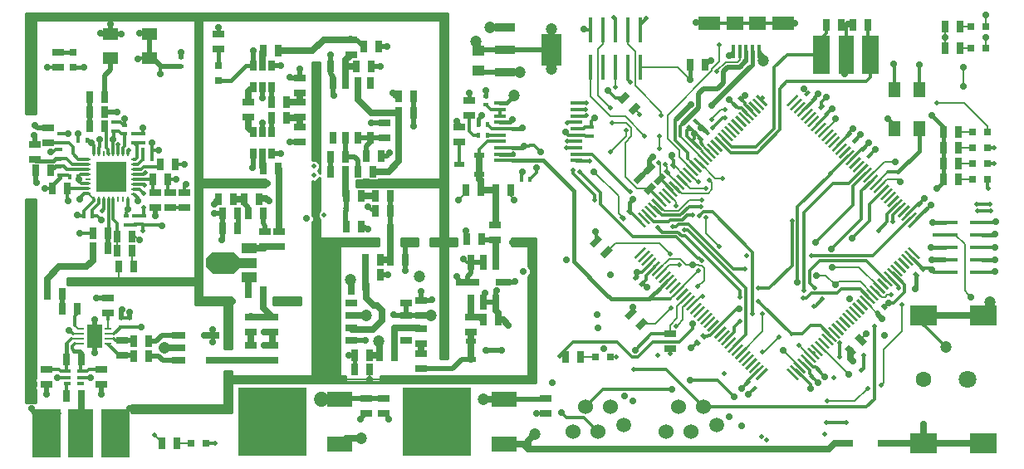
<source format=gbr>
G04 #@! TF.FileFunction,Copper,L1,Top,Signal*
%FSLAX46Y46*%
G04 Gerber Fmt 4.6, Leading zero omitted, Abs format (unit mm)*
G04 Created by KiCad (PCBNEW (2015-03-23 BZR 5531)-product) date Tue 31 Mar 2015 22:50:38 CEST*
%MOMM*%
G01*
G04 APERTURE LIST*
%ADD10C,0.150000*%
%ADD11R,1.270000X0.406400*%
%ADD12R,1.500000X4.000000*%
%ADD13R,1.700000X4.000000*%
%ADD14R,0.398780X0.599440*%
%ADD15R,0.635000X1.143000*%
%ADD16R,1.143000X0.635000*%
%ADD17R,0.800000X0.300000*%
%ADD18R,1.400000X0.760000*%
%ADD19R,0.599440X0.398780*%
%ADD20R,2.700000X2.000000*%
%ADD21C,1.600000*%
%ADD22C,1.800000*%
%ADD23R,1.200000X0.700000*%
%ADD24R,0.797560X0.797560*%
%ADD25R,0.420000X2.500000*%
%ADD26R,2.500000X0.420000*%
%ADD27R,0.675000X0.250000*%
%ADD28R,1.650000X2.380000*%
%ADD29R,1.270000X0.635000*%
%ADD30R,2.199640X2.199640*%
%ADD31R,1.701800X1.000760*%
%ADD32R,1.501140X1.000760*%
%ADD33R,0.650240X1.059180*%
%ADD34R,0.760000X1.550000*%
%ADD35R,2.360000X0.760000*%
%ADD36R,1.550000X0.760000*%
%ADD37R,0.635000X1.270000*%
%ADD38R,0.400000X1.400000*%
%ADD39R,1.800000X1.400000*%
%ADD40R,2.300000X1.400000*%
%ADD41R,7.000000X7.000000*%
%ADD42R,2.500000X1.500000*%
%ADD43R,1.600000X1.300000*%
%ADD44R,1.300000X1.600000*%
%ADD45R,1.000760X0.599440*%
%ADD46C,1.524000*%
%ADD47C,1.500000*%
%ADD48R,1.250000X1.000000*%
%ADD49R,2.150000X3.250000*%
%ADD50R,2.150000X0.950000*%
%ADD51R,3.098800X3.098800*%
%ADD52R,0.589280X0.280000*%
%ADD53R,0.280000X0.589280*%
%ADD54R,2.500000X5.000000*%
%ADD55R,3.000000X5.000000*%
%ADD56C,1.200000*%
%ADD57C,0.700000*%
%ADD58C,0.460000*%
%ADD59C,0.500000*%
%ADD60C,0.700000*%
%ADD61C,0.500000*%
%ADD62C,1.500000*%
%ADD63C,0.300000*%
%ADD64C,0.400000*%
%ADD65C,0.200000*%
%ADD66C,0.254000*%
G04 APERTURE END LIST*
D10*
G36*
X252868488Y-124173300D02*
X251790857Y-123095669D01*
X251970462Y-122916064D01*
X253048093Y-123993695D01*
X252868488Y-124173300D01*
X252868488Y-124173300D01*
G37*
G36*
X252509278Y-124532510D02*
X251431647Y-123454879D01*
X251611252Y-123275274D01*
X252688883Y-124352905D01*
X252509278Y-124532510D01*
X252509278Y-124532510D01*
G37*
G36*
X252159048Y-124882740D02*
X251081417Y-123805109D01*
X251261022Y-123625504D01*
X252338653Y-124703135D01*
X252159048Y-124882740D01*
X252159048Y-124882740D01*
G37*
G36*
X251808818Y-125232970D02*
X250731187Y-124155339D01*
X250910792Y-123975734D01*
X251988423Y-125053365D01*
X251808818Y-125232970D01*
X251808818Y-125232970D01*
G37*
G36*
X251449607Y-125592180D02*
X250371976Y-124514549D01*
X250551581Y-124334944D01*
X251629212Y-125412575D01*
X251449607Y-125592180D01*
X251449607Y-125592180D01*
G37*
G36*
X251099377Y-125942410D02*
X250021746Y-124864779D01*
X250201351Y-124685174D01*
X251278982Y-125762805D01*
X251099377Y-125942410D01*
X251099377Y-125942410D01*
G37*
G36*
X250749147Y-126292640D02*
X249671516Y-125215009D01*
X249851121Y-125035404D01*
X250928752Y-126113035D01*
X250749147Y-126292640D01*
X250749147Y-126292640D01*
G37*
G36*
X250389937Y-126651851D02*
X249312306Y-125574220D01*
X249491911Y-125394615D01*
X250569542Y-126472246D01*
X250389937Y-126651851D01*
X250389937Y-126651851D01*
G37*
G36*
X250039707Y-127002081D02*
X248962076Y-125924450D01*
X249141681Y-125744845D01*
X250219312Y-126822476D01*
X250039707Y-127002081D01*
X250039707Y-127002081D01*
G37*
G36*
X249689477Y-127352311D02*
X248611846Y-126274680D01*
X248791451Y-126095075D01*
X249869082Y-127172706D01*
X249689477Y-127352311D01*
X249689477Y-127352311D01*
G37*
G36*
X249330267Y-127711521D02*
X248252636Y-126633890D01*
X248432241Y-126454285D01*
X249509872Y-127531916D01*
X249330267Y-127711521D01*
X249330267Y-127711521D01*
G37*
G36*
X248980037Y-128061751D02*
X247902406Y-126984120D01*
X248082011Y-126804515D01*
X249159642Y-127882146D01*
X248980037Y-128061751D01*
X248980037Y-128061751D01*
G37*
G36*
X248629807Y-128411981D02*
X247552176Y-127334350D01*
X247731781Y-127154745D01*
X248809412Y-128232376D01*
X248629807Y-128411981D01*
X248629807Y-128411981D01*
G37*
G36*
X248270597Y-128771191D02*
X247192966Y-127693560D01*
X247372571Y-127513955D01*
X248450202Y-128591586D01*
X248270597Y-128771191D01*
X248270597Y-128771191D01*
G37*
G36*
X247920367Y-129121421D02*
X246842736Y-128043790D01*
X247022341Y-127864185D01*
X248099972Y-128941816D01*
X247920367Y-129121421D01*
X247920367Y-129121421D01*
G37*
G36*
X247570137Y-129471651D02*
X246492506Y-128394020D01*
X246672111Y-128214415D01*
X247749742Y-129292046D01*
X247570137Y-129471651D01*
X247570137Y-129471651D01*
G37*
G36*
X247210927Y-129830861D02*
X246133296Y-128753230D01*
X246312901Y-128573625D01*
X247390532Y-129651256D01*
X247210927Y-129830861D01*
X247210927Y-129830861D01*
G37*
G36*
X246860697Y-130181091D02*
X245783066Y-129103460D01*
X245962671Y-128923855D01*
X247040302Y-130001486D01*
X246860697Y-130181091D01*
X246860697Y-130181091D01*
G37*
G36*
X246501486Y-130540302D02*
X245423855Y-129462671D01*
X245603460Y-129283066D01*
X246681091Y-130360697D01*
X246501486Y-130540302D01*
X246501486Y-130540302D01*
G37*
G36*
X246151256Y-130890532D02*
X245073625Y-129812901D01*
X245253230Y-129633296D01*
X246330861Y-130710927D01*
X246151256Y-130890532D01*
X246151256Y-130890532D01*
G37*
G36*
X245792046Y-131249742D02*
X244714415Y-130172111D01*
X244894020Y-129992506D01*
X245971651Y-131070137D01*
X245792046Y-131249742D01*
X245792046Y-131249742D01*
G37*
G36*
X245441816Y-131599972D02*
X244364185Y-130522341D01*
X244543790Y-130342736D01*
X245621421Y-131420367D01*
X245441816Y-131599972D01*
X245441816Y-131599972D01*
G37*
G36*
X245091586Y-131950202D02*
X244013955Y-130872571D01*
X244193560Y-130692966D01*
X245271191Y-131770597D01*
X245091586Y-131950202D01*
X245091586Y-131950202D01*
G37*
G36*
X244732376Y-132309412D02*
X243654745Y-131231781D01*
X243834350Y-131052176D01*
X244911981Y-132129807D01*
X244732376Y-132309412D01*
X244732376Y-132309412D01*
G37*
G36*
X244382146Y-132659642D02*
X243304515Y-131582011D01*
X243484120Y-131402406D01*
X244561751Y-132480037D01*
X244382146Y-132659642D01*
X244382146Y-132659642D01*
G37*
G36*
X244031916Y-133009872D02*
X242954285Y-131932241D01*
X243133890Y-131752636D01*
X244211521Y-132830267D01*
X244031916Y-133009872D01*
X244031916Y-133009872D01*
G37*
G36*
X243672706Y-133369082D02*
X242595075Y-132291451D01*
X242774680Y-132111846D01*
X243852311Y-133189477D01*
X243672706Y-133369082D01*
X243672706Y-133369082D01*
G37*
G36*
X243322476Y-133719312D02*
X242244845Y-132641681D01*
X242424450Y-132462076D01*
X243502081Y-133539707D01*
X243322476Y-133719312D01*
X243322476Y-133719312D01*
G37*
G36*
X242972246Y-134069542D02*
X241894615Y-132991911D01*
X242074220Y-132812306D01*
X243151851Y-133889937D01*
X242972246Y-134069542D01*
X242972246Y-134069542D01*
G37*
G36*
X242613035Y-134428752D02*
X241535404Y-133351121D01*
X241715009Y-133171516D01*
X242792640Y-134249147D01*
X242613035Y-134428752D01*
X242613035Y-134428752D01*
G37*
G36*
X242262805Y-134778982D02*
X241185174Y-133701351D01*
X241364779Y-133521746D01*
X242442410Y-134599377D01*
X242262805Y-134778982D01*
X242262805Y-134778982D01*
G37*
G36*
X241912575Y-135129212D02*
X240834944Y-134051581D01*
X241014549Y-133871976D01*
X242092180Y-134949607D01*
X241912575Y-135129212D01*
X241912575Y-135129212D01*
G37*
G36*
X241553365Y-135488423D02*
X240475734Y-134410792D01*
X240655339Y-134231187D01*
X241732970Y-135308818D01*
X241553365Y-135488423D01*
X241553365Y-135488423D01*
G37*
G36*
X241203135Y-135838653D02*
X240125504Y-134761022D01*
X240305109Y-134581417D01*
X241382740Y-135659048D01*
X241203135Y-135838653D01*
X241203135Y-135838653D01*
G37*
G36*
X240852905Y-136188883D02*
X239775274Y-135111252D01*
X239954879Y-134931647D01*
X241032510Y-136009278D01*
X240852905Y-136188883D01*
X240852905Y-136188883D01*
G37*
G36*
X240493695Y-136548093D02*
X239416064Y-135470462D01*
X239595669Y-135290857D01*
X240673300Y-136368488D01*
X240493695Y-136548093D01*
X240493695Y-136548093D01*
G37*
G36*
X249851121Y-149964596D02*
X249671516Y-149784991D01*
X250749147Y-148707360D01*
X250928752Y-148886965D01*
X249851121Y-149964596D01*
X249851121Y-149964596D01*
G37*
G36*
X250201351Y-150314826D02*
X250021746Y-150135221D01*
X251099377Y-149057590D01*
X251278982Y-149237195D01*
X250201351Y-150314826D01*
X250201351Y-150314826D01*
G37*
G36*
X250551581Y-150665056D02*
X250371976Y-150485451D01*
X251449607Y-149407820D01*
X251629212Y-149587425D01*
X250551581Y-150665056D01*
X250551581Y-150665056D01*
G37*
G36*
X250910792Y-151024266D02*
X250731187Y-150844661D01*
X251808818Y-149767030D01*
X251988423Y-149946635D01*
X250910792Y-151024266D01*
X250910792Y-151024266D01*
G37*
G36*
X251261022Y-151374496D02*
X251081417Y-151194891D01*
X252159048Y-150117260D01*
X252338653Y-150296865D01*
X251261022Y-151374496D01*
X251261022Y-151374496D01*
G37*
G36*
X251611252Y-151724726D02*
X251431647Y-151545121D01*
X252509278Y-150467490D01*
X252688883Y-150647095D01*
X251611252Y-151724726D01*
X251611252Y-151724726D01*
G37*
G36*
X251970462Y-152083936D02*
X251790857Y-151904331D01*
X252868488Y-150826700D01*
X253048093Y-151006305D01*
X251970462Y-152083936D01*
X251970462Y-152083936D01*
G37*
G36*
X265737195Y-134778982D02*
X265557590Y-134599377D01*
X266635221Y-133521746D01*
X266814826Y-133701351D01*
X265737195Y-134778982D01*
X265737195Y-134778982D01*
G37*
G36*
X265386965Y-134428752D02*
X265207360Y-134249147D01*
X266284991Y-133171516D01*
X266464596Y-133351121D01*
X265386965Y-134428752D01*
X265386965Y-134428752D01*
G37*
G36*
X265027754Y-134069542D02*
X264848149Y-133889937D01*
X265925780Y-132812306D01*
X266105385Y-132991911D01*
X265027754Y-134069542D01*
X265027754Y-134069542D01*
G37*
G36*
X264677524Y-133719312D02*
X264497919Y-133539707D01*
X265575550Y-132462076D01*
X265755155Y-132641681D01*
X264677524Y-133719312D01*
X264677524Y-133719312D01*
G37*
G36*
X264327294Y-133369082D02*
X264147689Y-133189477D01*
X265225320Y-132111846D01*
X265404925Y-132291451D01*
X264327294Y-133369082D01*
X264327294Y-133369082D01*
G37*
G36*
X263968084Y-133009872D02*
X263788479Y-132830267D01*
X264866110Y-131752636D01*
X265045715Y-131932241D01*
X263968084Y-133009872D01*
X263968084Y-133009872D01*
G37*
G36*
X263617854Y-132659642D02*
X263438249Y-132480037D01*
X264515880Y-131402406D01*
X264695485Y-131582011D01*
X263617854Y-132659642D01*
X263617854Y-132659642D01*
G37*
G36*
X263267624Y-132309412D02*
X263088019Y-132129807D01*
X264165650Y-131052176D01*
X264345255Y-131231781D01*
X263267624Y-132309412D01*
X263267624Y-132309412D01*
G37*
G36*
X262908414Y-131950202D02*
X262728809Y-131770597D01*
X263806440Y-130692966D01*
X263986045Y-130872571D01*
X262908414Y-131950202D01*
X262908414Y-131950202D01*
G37*
G36*
X262558184Y-131599972D02*
X262378579Y-131420367D01*
X263456210Y-130342736D01*
X263635815Y-130522341D01*
X262558184Y-131599972D01*
X262558184Y-131599972D01*
G37*
G36*
X262207954Y-131249742D02*
X262028349Y-131070137D01*
X263105980Y-129992506D01*
X263285585Y-130172111D01*
X262207954Y-131249742D01*
X262207954Y-131249742D01*
G37*
G36*
X261848744Y-130890532D02*
X261669139Y-130710927D01*
X262746770Y-129633296D01*
X262926375Y-129812901D01*
X261848744Y-130890532D01*
X261848744Y-130890532D01*
G37*
G36*
X261498514Y-130540302D02*
X261318909Y-130360697D01*
X262396540Y-129283066D01*
X262576145Y-129462671D01*
X261498514Y-130540302D01*
X261498514Y-130540302D01*
G37*
G36*
X261139303Y-130181091D02*
X260959698Y-130001486D01*
X262037329Y-128923855D01*
X262216934Y-129103460D01*
X261139303Y-130181091D01*
X261139303Y-130181091D01*
G37*
G36*
X260789073Y-129830861D02*
X260609468Y-129651256D01*
X261687099Y-128573625D01*
X261866704Y-128753230D01*
X260789073Y-129830861D01*
X260789073Y-129830861D01*
G37*
G36*
X260429863Y-129471651D02*
X260250258Y-129292046D01*
X261327889Y-128214415D01*
X261507494Y-128394020D01*
X260429863Y-129471651D01*
X260429863Y-129471651D01*
G37*
G36*
X260079633Y-129121421D02*
X259900028Y-128941816D01*
X260977659Y-127864185D01*
X261157264Y-128043790D01*
X260079633Y-129121421D01*
X260079633Y-129121421D01*
G37*
G36*
X259729403Y-128771191D02*
X259549798Y-128591586D01*
X260627429Y-127513955D01*
X260807034Y-127693560D01*
X259729403Y-128771191D01*
X259729403Y-128771191D01*
G37*
G36*
X259370193Y-128411981D02*
X259190588Y-128232376D01*
X260268219Y-127154745D01*
X260447824Y-127334350D01*
X259370193Y-128411981D01*
X259370193Y-128411981D01*
G37*
G36*
X259019963Y-128061751D02*
X258840358Y-127882146D01*
X259917989Y-126804515D01*
X260097594Y-126984120D01*
X259019963Y-128061751D01*
X259019963Y-128061751D01*
G37*
G36*
X258669733Y-127711521D02*
X258490128Y-127531916D01*
X259567759Y-126454285D01*
X259747364Y-126633890D01*
X258669733Y-127711521D01*
X258669733Y-127711521D01*
G37*
G36*
X258310523Y-127352311D02*
X258130918Y-127172706D01*
X259208549Y-126095075D01*
X259388154Y-126274680D01*
X258310523Y-127352311D01*
X258310523Y-127352311D01*
G37*
G36*
X257960293Y-127002081D02*
X257780688Y-126822476D01*
X258858319Y-125744845D01*
X259037924Y-125924450D01*
X257960293Y-127002081D01*
X257960293Y-127002081D01*
G37*
G36*
X257610063Y-126651851D02*
X257430458Y-126472246D01*
X258508089Y-125394615D01*
X258687694Y-125574220D01*
X257610063Y-126651851D01*
X257610063Y-126651851D01*
G37*
G36*
X257250853Y-126292640D02*
X257071248Y-126113035D01*
X258148879Y-125035404D01*
X258328484Y-125215009D01*
X257250853Y-126292640D01*
X257250853Y-126292640D01*
G37*
G36*
X256900623Y-125942410D02*
X256721018Y-125762805D01*
X257798649Y-124685174D01*
X257978254Y-124864779D01*
X256900623Y-125942410D01*
X256900623Y-125942410D01*
G37*
G36*
X256550393Y-125592180D02*
X256370788Y-125412575D01*
X257448419Y-124334944D01*
X257628024Y-124514549D01*
X256550393Y-125592180D01*
X256550393Y-125592180D01*
G37*
G36*
X256191182Y-125232970D02*
X256011577Y-125053365D01*
X257089208Y-123975734D01*
X257268813Y-124155339D01*
X256191182Y-125232970D01*
X256191182Y-125232970D01*
G37*
G36*
X255840952Y-124882740D02*
X255661347Y-124703135D01*
X256738978Y-123625504D01*
X256918583Y-123805109D01*
X255840952Y-124882740D01*
X255840952Y-124882740D01*
G37*
G36*
X255490722Y-124532510D02*
X255311117Y-124352905D01*
X256388748Y-123275274D01*
X256568353Y-123454879D01*
X255490722Y-124532510D01*
X255490722Y-124532510D01*
G37*
G36*
X255131512Y-124173300D02*
X254951907Y-123993695D01*
X256029538Y-122916064D01*
X256209143Y-123095669D01*
X255131512Y-124173300D01*
X255131512Y-124173300D01*
G37*
G36*
X239595669Y-139709143D02*
X239416064Y-139529538D01*
X240493695Y-138451907D01*
X240673300Y-138631512D01*
X239595669Y-139709143D01*
X239595669Y-139709143D01*
G37*
G36*
X239954879Y-140068353D02*
X239775274Y-139888748D01*
X240852905Y-138811117D01*
X241032510Y-138990722D01*
X239954879Y-140068353D01*
X239954879Y-140068353D01*
G37*
G36*
X240305109Y-140418583D02*
X240125504Y-140238978D01*
X241203135Y-139161347D01*
X241382740Y-139340952D01*
X240305109Y-140418583D01*
X240305109Y-140418583D01*
G37*
G36*
X240655339Y-140768813D02*
X240475734Y-140589208D01*
X241553365Y-139511577D01*
X241732970Y-139691182D01*
X240655339Y-140768813D01*
X240655339Y-140768813D01*
G37*
G36*
X241014549Y-141128024D02*
X240834944Y-140948419D01*
X241912575Y-139870788D01*
X242092180Y-140050393D01*
X241014549Y-141128024D01*
X241014549Y-141128024D01*
G37*
G36*
X241364779Y-141478254D02*
X241185174Y-141298649D01*
X242262805Y-140221018D01*
X242442410Y-140400623D01*
X241364779Y-141478254D01*
X241364779Y-141478254D01*
G37*
G36*
X241715009Y-141828484D02*
X241535404Y-141648879D01*
X242613035Y-140571248D01*
X242792640Y-140750853D01*
X241715009Y-141828484D01*
X241715009Y-141828484D01*
G37*
G36*
X242074220Y-142187694D02*
X241894615Y-142008089D01*
X242972246Y-140930458D01*
X243151851Y-141110063D01*
X242074220Y-142187694D01*
X242074220Y-142187694D01*
G37*
G36*
X242424450Y-142537924D02*
X242244845Y-142358319D01*
X243322476Y-141280688D01*
X243502081Y-141460293D01*
X242424450Y-142537924D01*
X242424450Y-142537924D01*
G37*
G36*
X242774680Y-142888154D02*
X242595075Y-142708549D01*
X243672706Y-141630918D01*
X243852311Y-141810523D01*
X242774680Y-142888154D01*
X242774680Y-142888154D01*
G37*
G36*
X243133890Y-143247364D02*
X242954285Y-143067759D01*
X244031916Y-141990128D01*
X244211521Y-142169733D01*
X243133890Y-143247364D01*
X243133890Y-143247364D01*
G37*
G36*
X243484120Y-143597594D02*
X243304515Y-143417989D01*
X244382146Y-142340358D01*
X244561751Y-142519963D01*
X243484120Y-143597594D01*
X243484120Y-143597594D01*
G37*
G36*
X243834350Y-143947824D02*
X243654745Y-143768219D01*
X244732376Y-142690588D01*
X244911981Y-142870193D01*
X243834350Y-143947824D01*
X243834350Y-143947824D01*
G37*
G36*
X244193560Y-144307034D02*
X244013955Y-144127429D01*
X245091586Y-143049798D01*
X245271191Y-143229403D01*
X244193560Y-144307034D01*
X244193560Y-144307034D01*
G37*
G36*
X244543790Y-144657264D02*
X244364185Y-144477659D01*
X245441816Y-143400028D01*
X245621421Y-143579633D01*
X244543790Y-144657264D01*
X244543790Y-144657264D01*
G37*
G36*
X244894020Y-145007494D02*
X244714415Y-144827889D01*
X245792046Y-143750258D01*
X245971651Y-143929863D01*
X244894020Y-145007494D01*
X244894020Y-145007494D01*
G37*
G36*
X245253230Y-145366704D02*
X245073625Y-145187099D01*
X246151256Y-144109468D01*
X246330861Y-144289073D01*
X245253230Y-145366704D01*
X245253230Y-145366704D01*
G37*
G36*
X245603460Y-145716934D02*
X245423855Y-145537329D01*
X246501486Y-144459698D01*
X246681091Y-144639303D01*
X245603460Y-145716934D01*
X245603460Y-145716934D01*
G37*
G36*
X245962671Y-146076145D02*
X245783066Y-145896540D01*
X246860697Y-144818909D01*
X247040302Y-144998514D01*
X245962671Y-146076145D01*
X245962671Y-146076145D01*
G37*
G36*
X246312901Y-146426375D02*
X246133296Y-146246770D01*
X247210927Y-145169139D01*
X247390532Y-145348744D01*
X246312901Y-146426375D01*
X246312901Y-146426375D01*
G37*
G36*
X246672111Y-146785585D02*
X246492506Y-146605980D01*
X247570137Y-145528349D01*
X247749742Y-145707954D01*
X246672111Y-146785585D01*
X246672111Y-146785585D01*
G37*
G36*
X247022341Y-147135815D02*
X246842736Y-146956210D01*
X247920367Y-145878579D01*
X248099972Y-146058184D01*
X247022341Y-147135815D01*
X247022341Y-147135815D01*
G37*
G36*
X247372571Y-147486045D02*
X247192966Y-147306440D01*
X248270597Y-146228809D01*
X248450202Y-146408414D01*
X247372571Y-147486045D01*
X247372571Y-147486045D01*
G37*
G36*
X247731781Y-147845255D02*
X247552176Y-147665650D01*
X248629807Y-146588019D01*
X248809412Y-146767624D01*
X247731781Y-147845255D01*
X247731781Y-147845255D01*
G37*
G36*
X248082011Y-148195485D02*
X247902406Y-148015880D01*
X248980037Y-146938249D01*
X249159642Y-147117854D01*
X248082011Y-148195485D01*
X248082011Y-148195485D01*
G37*
G36*
X248432241Y-148545715D02*
X248252636Y-148366110D01*
X249330267Y-147288479D01*
X249509872Y-147468084D01*
X248432241Y-148545715D01*
X248432241Y-148545715D01*
G37*
G36*
X248791451Y-148904925D02*
X248611846Y-148725320D01*
X249689477Y-147647689D01*
X249869082Y-147827294D01*
X248791451Y-148904925D01*
X248791451Y-148904925D01*
G37*
G36*
X249141681Y-149255155D02*
X248962076Y-149075550D01*
X250039707Y-147997919D01*
X250219312Y-148177524D01*
X249141681Y-149255155D01*
X249141681Y-149255155D01*
G37*
G36*
X249491911Y-149605385D02*
X249312306Y-149425780D01*
X250389937Y-148348149D01*
X250569542Y-148527754D01*
X249491911Y-149605385D01*
X249491911Y-149605385D01*
G37*
G36*
X257798649Y-150314826D02*
X256721018Y-149237195D01*
X256900623Y-149057590D01*
X257978254Y-150135221D01*
X257798649Y-150314826D01*
X257798649Y-150314826D01*
G37*
G36*
X258148879Y-149964596D02*
X257071248Y-148886965D01*
X257250853Y-148707360D01*
X258328484Y-149784991D01*
X258148879Y-149964596D01*
X258148879Y-149964596D01*
G37*
G36*
X258508089Y-149605385D02*
X257430458Y-148527754D01*
X257610063Y-148348149D01*
X258687694Y-149425780D01*
X258508089Y-149605385D01*
X258508089Y-149605385D01*
G37*
G36*
X258858319Y-149255155D02*
X257780688Y-148177524D01*
X257960293Y-147997919D01*
X259037924Y-149075550D01*
X258858319Y-149255155D01*
X258858319Y-149255155D01*
G37*
G36*
X259208549Y-148904925D02*
X258130918Y-147827294D01*
X258310523Y-147647689D01*
X259388154Y-148725320D01*
X259208549Y-148904925D01*
X259208549Y-148904925D01*
G37*
G36*
X259567759Y-148545715D02*
X258490128Y-147468084D01*
X258669733Y-147288479D01*
X259747364Y-148366110D01*
X259567759Y-148545715D01*
X259567759Y-148545715D01*
G37*
G36*
X259917989Y-148195485D02*
X258840358Y-147117854D01*
X259019963Y-146938249D01*
X260097594Y-148015880D01*
X259917989Y-148195485D01*
X259917989Y-148195485D01*
G37*
G36*
X260268219Y-147845255D02*
X259190588Y-146767624D01*
X259370193Y-146588019D01*
X260447824Y-147665650D01*
X260268219Y-147845255D01*
X260268219Y-147845255D01*
G37*
G36*
X260627429Y-147486045D02*
X259549798Y-146408414D01*
X259729403Y-146228809D01*
X260807034Y-147306440D01*
X260627429Y-147486045D01*
X260627429Y-147486045D01*
G37*
G36*
X260977659Y-147135815D02*
X259900028Y-146058184D01*
X260079633Y-145878579D01*
X261157264Y-146956210D01*
X260977659Y-147135815D01*
X260977659Y-147135815D01*
G37*
G36*
X261327889Y-146785585D02*
X260250258Y-145707954D01*
X260429863Y-145528349D01*
X261507494Y-146605980D01*
X261327889Y-146785585D01*
X261327889Y-146785585D01*
G37*
G36*
X261687099Y-146426375D02*
X260609468Y-145348744D01*
X260789073Y-145169139D01*
X261866704Y-146246770D01*
X261687099Y-146426375D01*
X261687099Y-146426375D01*
G37*
G36*
X262037329Y-146076145D02*
X260959698Y-144998514D01*
X261139303Y-144818909D01*
X262216934Y-145896540D01*
X262037329Y-146076145D01*
X262037329Y-146076145D01*
G37*
G36*
X262396540Y-145716934D02*
X261318909Y-144639303D01*
X261498514Y-144459698D01*
X262576145Y-145537329D01*
X262396540Y-145716934D01*
X262396540Y-145716934D01*
G37*
G36*
X262746770Y-145366704D02*
X261669139Y-144289073D01*
X261848744Y-144109468D01*
X262926375Y-145187099D01*
X262746770Y-145366704D01*
X262746770Y-145366704D01*
G37*
G36*
X263105980Y-145007494D02*
X262028349Y-143929863D01*
X262207954Y-143750258D01*
X263285585Y-144827889D01*
X263105980Y-145007494D01*
X263105980Y-145007494D01*
G37*
G36*
X263456210Y-144657264D02*
X262378579Y-143579633D01*
X262558184Y-143400028D01*
X263635815Y-144477659D01*
X263456210Y-144657264D01*
X263456210Y-144657264D01*
G37*
G36*
X263806440Y-144307034D02*
X262728809Y-143229403D01*
X262908414Y-143049798D01*
X263986045Y-144127429D01*
X263806440Y-144307034D01*
X263806440Y-144307034D01*
G37*
G36*
X264165650Y-143947824D02*
X263088019Y-142870193D01*
X263267624Y-142690588D01*
X264345255Y-143768219D01*
X264165650Y-143947824D01*
X264165650Y-143947824D01*
G37*
G36*
X264515880Y-143597594D02*
X263438249Y-142519963D01*
X263617854Y-142340358D01*
X264695485Y-143417989D01*
X264515880Y-143597594D01*
X264515880Y-143597594D01*
G37*
G36*
X264866110Y-143247364D02*
X263788479Y-142169733D01*
X263968084Y-141990128D01*
X265045715Y-143067759D01*
X264866110Y-143247364D01*
X264866110Y-143247364D01*
G37*
G36*
X265225320Y-142888154D02*
X264147689Y-141810523D01*
X264327294Y-141630918D01*
X265404925Y-142708549D01*
X265225320Y-142888154D01*
X265225320Y-142888154D01*
G37*
G36*
X265575550Y-142537924D02*
X264497919Y-141460293D01*
X264677524Y-141280688D01*
X265755155Y-142358319D01*
X265575550Y-142537924D01*
X265575550Y-142537924D01*
G37*
G36*
X265925780Y-142187694D02*
X264848149Y-141110063D01*
X265027754Y-140930458D01*
X266105385Y-142008089D01*
X265925780Y-142187694D01*
X265925780Y-142187694D01*
G37*
G36*
X266284991Y-141828484D02*
X265207360Y-140750853D01*
X265386965Y-140571248D01*
X266464596Y-141648879D01*
X266284991Y-141828484D01*
X266284991Y-141828484D01*
G37*
G36*
X266635221Y-141478254D02*
X265557590Y-140400623D01*
X265737195Y-140221018D01*
X266814826Y-141298649D01*
X266635221Y-141478254D01*
X266635221Y-141478254D01*
G37*
G36*
X266985451Y-141128024D02*
X265907820Y-140050393D01*
X266087425Y-139870788D01*
X267165056Y-140948419D01*
X266985451Y-141128024D01*
X266985451Y-141128024D01*
G37*
G36*
X267344661Y-140768813D02*
X266267030Y-139691182D01*
X266446635Y-139511577D01*
X267524266Y-140589208D01*
X267344661Y-140768813D01*
X267344661Y-140768813D01*
G37*
G36*
X267694891Y-140418583D02*
X266617260Y-139340952D01*
X266796865Y-139161347D01*
X267874496Y-140238978D01*
X267694891Y-140418583D01*
X267694891Y-140418583D01*
G37*
G36*
X268045121Y-140068353D02*
X266967490Y-138990722D01*
X267147095Y-138811117D01*
X268224726Y-139888748D01*
X268045121Y-140068353D01*
X268045121Y-140068353D01*
G37*
G36*
X268404331Y-139709143D02*
X267326700Y-138631512D01*
X267506305Y-138451907D01*
X268583936Y-139529538D01*
X268404331Y-139709143D01*
X268404331Y-139709143D01*
G37*
G36*
X256029538Y-152083936D02*
X254951907Y-151006305D01*
X255131512Y-150826700D01*
X256209143Y-151904331D01*
X256029538Y-152083936D01*
X256029538Y-152083936D01*
G37*
G36*
X256388748Y-151724726D02*
X255311117Y-150647095D01*
X255490722Y-150467490D01*
X256568353Y-151545121D01*
X256388748Y-151724726D01*
X256388748Y-151724726D01*
G37*
G36*
X256738978Y-151374496D02*
X255661347Y-150296865D01*
X255840952Y-150117260D01*
X256918583Y-151194891D01*
X256738978Y-151374496D01*
X256738978Y-151374496D01*
G37*
G36*
X257089208Y-151024266D02*
X256011577Y-149946635D01*
X256191182Y-149767030D01*
X257268813Y-150844661D01*
X257089208Y-151024266D01*
X257089208Y-151024266D01*
G37*
G36*
X257448419Y-150665056D02*
X256370788Y-149587425D01*
X256550393Y-149407820D01*
X257628024Y-150485451D01*
X257448419Y-150665056D01*
X257448419Y-150665056D01*
G37*
G36*
X267506305Y-136548093D02*
X267326700Y-136368488D01*
X268404331Y-135290857D01*
X268583936Y-135470462D01*
X267506305Y-136548093D01*
X267506305Y-136548093D01*
G37*
G36*
X267147095Y-136188883D02*
X266967490Y-136009278D01*
X268045121Y-134931647D01*
X268224726Y-135111252D01*
X267147095Y-136188883D01*
X267147095Y-136188883D01*
G37*
G36*
X266796865Y-135838653D02*
X266617260Y-135659048D01*
X267694891Y-134581417D01*
X267874496Y-134761022D01*
X266796865Y-135838653D01*
X266796865Y-135838653D01*
G37*
G36*
X266446635Y-135488423D02*
X266267030Y-135308818D01*
X267344661Y-134231187D01*
X267524266Y-134410792D01*
X266446635Y-135488423D01*
X266446635Y-135488423D01*
G37*
G36*
X266087425Y-135129212D02*
X265907820Y-134949607D01*
X266985451Y-133871976D01*
X267165056Y-134051581D01*
X266087425Y-135129212D01*
X266087425Y-135129212D01*
G37*
D11*
X225751000Y-123825000D03*
X225751000Y-124460000D03*
X225751000Y-125120400D03*
X225751000Y-125780800D03*
X225751000Y-126415800D03*
X225751000Y-127076200D03*
X225751000Y-127736600D03*
X225751000Y-128371600D03*
X225751000Y-129032000D03*
X225751000Y-129667000D03*
X233526000Y-129667000D03*
X233526000Y-129032000D03*
X233526000Y-128371600D03*
X233526000Y-127736600D03*
X233526000Y-127076200D03*
X233526000Y-126415800D03*
X233526000Y-125780800D03*
X233526000Y-125120400D03*
X233526000Y-124460000D03*
X233526000Y-123825000D03*
D12*
X261000000Y-118872000D03*
D13*
X263500000Y-118872000D03*
X258500000Y-118872000D03*
D14*
X227900840Y-131600000D03*
X228800000Y-131600000D03*
D15*
X181138000Y-144800000D03*
X182662000Y-144800000D03*
D16*
X243078000Y-148844000D03*
X243078000Y-147320000D03*
D17*
X181650000Y-152450000D03*
X181650000Y-151800000D03*
X181650000Y-151150000D03*
X182950000Y-151150000D03*
X182950000Y-151800000D03*
X182950000Y-152450000D03*
D18*
X196415000Y-150070000D03*
X196415000Y-147530000D03*
X192985000Y-147530000D03*
X192985000Y-148800000D03*
X192985000Y-150070000D03*
D15*
X181538000Y-153700000D03*
X183062000Y-153700000D03*
X210038000Y-136400000D03*
X211562000Y-136400000D03*
D14*
X224449580Y-127100000D03*
X223550420Y-127100000D03*
D15*
X211562000Y-133250000D03*
X210038000Y-133250000D03*
D19*
X224300000Y-123999160D03*
X224300000Y-123100000D03*
D15*
X184238000Y-138600000D03*
X185762000Y-138600000D03*
D14*
X223550420Y-126000000D03*
X224449580Y-126000000D03*
D15*
X214562000Y-134850000D03*
X213038000Y-134850000D03*
X181538000Y-150000000D03*
X183062000Y-150000000D03*
X179588000Y-143300000D03*
X181112000Y-143300000D03*
D19*
X188400000Y-127849580D03*
X188400000Y-126950420D03*
X189300000Y-127849580D03*
X189300000Y-126950420D03*
D14*
X189350420Y-128600000D03*
X190249580Y-128600000D03*
X189350420Y-129500000D03*
X190249580Y-129500000D03*
D19*
X189400000Y-135350420D03*
X189400000Y-136249580D03*
X188500000Y-135350420D03*
X188500000Y-136249580D03*
D16*
X185800000Y-145262000D03*
X185800000Y-143738000D03*
X187200000Y-148038000D03*
X187200000Y-149562000D03*
D14*
X184199580Y-135300000D03*
X183300420Y-135300000D03*
D15*
X183938000Y-126200000D03*
X185462000Y-126200000D03*
X181662000Y-132500000D03*
X180138000Y-132500000D03*
D19*
X187600000Y-135350420D03*
X187600000Y-136249580D03*
X187100000Y-146649580D03*
X187100000Y-145750420D03*
D16*
X193600000Y-134462000D03*
X193600000Y-132938000D03*
D14*
X182749580Y-131300000D03*
X181850420Y-131300000D03*
D19*
X188000000Y-146649580D03*
X188000000Y-145750420D03*
D14*
X183649580Y-127600000D03*
X182750420Y-127600000D03*
D15*
X185462000Y-123200000D03*
X183938000Y-123200000D03*
D19*
X187500000Y-126949580D03*
X187500000Y-126050420D03*
D16*
X190600000Y-132938000D03*
X190600000Y-134462000D03*
D19*
X186400000Y-126649580D03*
X186400000Y-125750420D03*
D15*
X212038000Y-139800000D03*
X213562000Y-139800000D03*
D16*
X202500000Y-150062000D03*
X202500000Y-148538000D03*
X217700000Y-148362000D03*
X217700000Y-146838000D03*
X217700000Y-145462000D03*
X217700000Y-143938000D03*
X200300000Y-148538000D03*
X200300000Y-150062000D03*
X202500000Y-145638000D03*
X202500000Y-147162000D03*
D15*
X260524000Y-115824000D03*
X259000000Y-115824000D03*
X261738000Y-115824000D03*
X263262000Y-115824000D03*
D16*
X221600000Y-127762000D03*
X221600000Y-126238000D03*
D15*
X200038000Y-143100000D03*
X201562000Y-143100000D03*
X188264800Y-138887200D03*
X186740800Y-138887200D03*
X210947000Y-151003000D03*
X212471000Y-151003000D03*
X216962000Y-123100000D03*
X215438000Y-123100000D03*
X198962000Y-136600000D03*
X197438000Y-136600000D03*
X198962000Y-135100000D03*
X197438000Y-135100000D03*
X197038000Y-133600000D03*
X198562000Y-133600000D03*
D16*
X203200000Y-136938000D03*
X203200000Y-138462000D03*
D15*
X201638000Y-130500000D03*
X203162000Y-130500000D03*
X203962000Y-125300000D03*
X202438000Y-125300000D03*
X224003200Y-145941200D03*
X225527200Y-145941200D03*
D16*
X200100000Y-123738000D03*
X200100000Y-125262000D03*
D15*
X202438000Y-123700000D03*
X203962000Y-123700000D03*
X223877200Y-137691200D03*
X222353200Y-137691200D03*
X203162000Y-118500000D03*
X201638000Y-118500000D03*
D16*
X210550000Y-118862000D03*
X210550000Y-117338000D03*
D15*
X208488000Y-129300000D03*
X210012000Y-129300000D03*
X212138000Y-129200000D03*
X213662000Y-129200000D03*
D10*
G36*
X268253043Y-141670825D02*
X267829175Y-141246957D01*
X268111155Y-140964977D01*
X268535023Y-141388845D01*
X268253043Y-141670825D01*
X268253043Y-141670825D01*
G37*
G36*
X268888845Y-141035023D02*
X268464977Y-140611155D01*
X268746957Y-140329175D01*
X269170825Y-140753043D01*
X268888845Y-141035023D01*
X268888845Y-141035023D01*
G37*
G36*
X250246957Y-123029175D02*
X250670825Y-123453043D01*
X250388845Y-123735023D01*
X249964977Y-123311155D01*
X250246957Y-123029175D01*
X250246957Y-123029175D01*
G37*
G36*
X249611155Y-123664977D02*
X250035023Y-124088845D01*
X249753043Y-124370825D01*
X249329175Y-123946957D01*
X249611155Y-123664977D01*
X249611155Y-123664977D01*
G37*
G36*
X245646957Y-125329175D02*
X246070825Y-125753043D01*
X245788845Y-126035023D01*
X245364977Y-125611155D01*
X245646957Y-125329175D01*
X245646957Y-125329175D01*
G37*
G36*
X245011155Y-125964977D02*
X245435023Y-126388845D01*
X245153043Y-126670825D01*
X244729175Y-126246957D01*
X245011155Y-125964977D01*
X245011155Y-125964977D01*
G37*
G36*
X262270825Y-127546957D02*
X261846957Y-127970825D01*
X261564977Y-127688845D01*
X261988845Y-127264977D01*
X262270825Y-127546957D01*
X262270825Y-127546957D01*
G37*
G36*
X261635023Y-126911155D02*
X261211155Y-127335023D01*
X260929175Y-127053043D01*
X261353043Y-126629175D01*
X261635023Y-126911155D01*
X261635023Y-126911155D01*
G37*
G36*
X246746957Y-126429175D02*
X247170825Y-126853043D01*
X246888845Y-127135023D01*
X246464977Y-126711155D01*
X246746957Y-126429175D01*
X246746957Y-126429175D01*
G37*
G36*
X246111155Y-127064977D02*
X246535023Y-127488845D01*
X246253043Y-127770825D01*
X245829175Y-127346957D01*
X246111155Y-127064977D01*
X246111155Y-127064977D01*
G37*
G36*
X256729175Y-122853043D02*
X257153043Y-122429175D01*
X257435023Y-122711155D01*
X257011155Y-123135023D01*
X256729175Y-122853043D01*
X256729175Y-122853043D01*
G37*
G36*
X257364977Y-123488845D02*
X257788845Y-123064977D01*
X258070825Y-123346957D01*
X257646957Y-123770825D01*
X257364977Y-123488845D01*
X257364977Y-123488845D01*
G37*
G36*
X269470825Y-134646957D02*
X269046957Y-135070825D01*
X268764977Y-134788845D01*
X269188845Y-134364977D01*
X269470825Y-134646957D01*
X269470825Y-134646957D01*
G37*
G36*
X268835023Y-134011155D02*
X268411155Y-134435023D01*
X268129175Y-134153043D01*
X268553043Y-133729175D01*
X268835023Y-134011155D01*
X268835023Y-134011155D01*
G37*
G36*
X258129175Y-124253043D02*
X258553043Y-123829175D01*
X258835023Y-124111155D01*
X258411155Y-124535023D01*
X258129175Y-124253043D01*
X258129175Y-124253043D01*
G37*
G36*
X258764977Y-124888845D02*
X259188845Y-124464977D01*
X259470825Y-124746957D01*
X259046957Y-125170825D01*
X258764977Y-124888845D01*
X258764977Y-124888845D01*
G37*
G36*
X257653043Y-152070825D02*
X257229175Y-151646957D01*
X257511155Y-151364977D01*
X257935023Y-151788845D01*
X257653043Y-152070825D01*
X257653043Y-152070825D01*
G37*
G36*
X258288845Y-151435023D02*
X257864977Y-151011155D01*
X258146957Y-150729175D01*
X258570825Y-151153043D01*
X258288845Y-151435023D01*
X258288845Y-151435023D01*
G37*
G36*
X245953043Y-148570825D02*
X245529175Y-148146957D01*
X245811155Y-147864977D01*
X246235023Y-148288845D01*
X245953043Y-148570825D01*
X245953043Y-148570825D01*
G37*
G36*
X246588845Y-147935023D02*
X246164977Y-147511155D01*
X246446957Y-147229175D01*
X246870825Y-147653043D01*
X246588845Y-147935023D01*
X246588845Y-147935023D01*
G37*
G36*
X243346957Y-129829175D02*
X243770825Y-130253043D01*
X243488845Y-130535023D01*
X243064977Y-130111155D01*
X243346957Y-129829175D01*
X243346957Y-129829175D01*
G37*
G36*
X242711155Y-130464977D02*
X243135023Y-130888845D01*
X242853043Y-131170825D01*
X242429175Y-130746957D01*
X242711155Y-130464977D01*
X242711155Y-130464977D01*
G37*
G36*
X263770825Y-129046957D02*
X263346957Y-129470825D01*
X263064977Y-129188845D01*
X263488845Y-128764977D01*
X263770825Y-129046957D01*
X263770825Y-129046957D01*
G37*
G36*
X263135023Y-128411155D02*
X262711155Y-128835023D01*
X262429175Y-128553043D01*
X262853043Y-128129175D01*
X263135023Y-128411155D01*
X263135023Y-128411155D01*
G37*
G36*
X251970825Y-152846957D02*
X251546957Y-153270825D01*
X251264977Y-152988845D01*
X251688845Y-152564977D01*
X251970825Y-152846957D01*
X251970825Y-152846957D01*
G37*
G36*
X251335023Y-152211155D02*
X250911155Y-152635023D01*
X250629175Y-152353043D01*
X251053043Y-151929175D01*
X251335023Y-152211155D01*
X251335023Y-152211155D01*
G37*
D16*
X230378000Y-153924000D03*
X230378000Y-155448000D03*
D19*
X180900000Y-126950420D03*
X180900000Y-127849580D03*
X180900000Y-128550420D03*
X180900000Y-129449580D03*
X180900000Y-131149580D03*
X180900000Y-130250420D03*
D16*
X212090000Y-153924000D03*
X212090000Y-155448000D03*
X213868000Y-153924000D03*
X213868000Y-155448000D03*
D10*
G36*
X264846957Y-144229175D02*
X265270825Y-144653043D01*
X264988845Y-144935023D01*
X264564977Y-144511155D01*
X264846957Y-144229175D01*
X264846957Y-144229175D01*
G37*
G36*
X264211155Y-144864977D02*
X264635023Y-145288845D01*
X264353043Y-145570825D01*
X263929175Y-145146957D01*
X264211155Y-144864977D01*
X264211155Y-144864977D01*
G37*
G36*
X238353043Y-135870825D02*
X237929175Y-135446957D01*
X238211155Y-135164977D01*
X238635023Y-135588845D01*
X238353043Y-135870825D01*
X238353043Y-135870825D01*
G37*
G36*
X238988845Y-135235023D02*
X238564977Y-134811155D01*
X238846957Y-134529175D01*
X239270825Y-134953043D01*
X238988845Y-135235023D01*
X238988845Y-135235023D01*
G37*
G36*
X239229175Y-141653043D02*
X239653043Y-141229175D01*
X239935023Y-141511155D01*
X239511155Y-141935023D01*
X239229175Y-141653043D01*
X239229175Y-141653043D01*
G37*
G36*
X239864977Y-142288845D02*
X240288845Y-141864977D01*
X240570825Y-142146957D01*
X240146957Y-142570825D01*
X239864977Y-142288845D01*
X239864977Y-142288845D01*
G37*
D19*
X235077000Y-126296420D03*
X235077000Y-127195580D03*
X193200000Y-120049580D03*
X193200000Y-119150420D03*
D20*
X275000000Y-145500000D03*
X268900000Y-145500000D03*
X268900000Y-158500000D03*
X275000000Y-158500000D03*
D21*
X268900000Y-152000000D03*
D22*
X273400000Y-152000000D03*
D23*
X264850000Y-158500000D03*
X261150000Y-158500000D03*
D24*
X275449300Y-130000000D03*
X273950700Y-130000000D03*
X275449300Y-128400000D03*
X273950700Y-128400000D03*
X182200000Y-120149300D03*
X182200000Y-118650700D03*
X275249300Y-118200000D03*
X273750700Y-118200000D03*
X275249300Y-116000000D03*
X273750700Y-116000000D03*
D15*
X199638000Y-133600000D03*
X201162000Y-133600000D03*
X200038000Y-135100000D03*
X201562000Y-135100000D03*
D16*
X214000000Y-127362000D03*
X214000000Y-125838000D03*
D15*
X213038000Y-133250000D03*
X214562000Y-133250000D03*
D16*
X185100000Y-150938000D03*
X185100000Y-152462000D03*
X179500000Y-150938000D03*
X179500000Y-152462000D03*
D15*
X188438000Y-148100000D03*
X189962000Y-148100000D03*
X188438000Y-149600000D03*
X189962000Y-149600000D03*
D16*
X200300000Y-147162000D03*
X200300000Y-145638000D03*
X201800000Y-136938000D03*
X201800000Y-138462000D03*
X222765200Y-147203200D03*
X222765200Y-145679200D03*
X225215200Y-137753200D03*
X225215200Y-136229200D03*
D25*
X234950000Y-116332000D03*
X236220000Y-116332000D03*
X237490000Y-116332000D03*
X238760000Y-116332000D03*
X240030000Y-116332000D03*
X234950000Y-120142000D03*
X236220000Y-120142000D03*
X237490000Y-120142000D03*
X238760000Y-120142000D03*
X240030000Y-120142000D03*
D26*
X274905000Y-135960000D03*
X274905000Y-137230000D03*
X274905000Y-138500000D03*
X274905000Y-139770000D03*
X274905000Y-141040000D03*
X271095000Y-135960000D03*
X271095000Y-137230000D03*
X271095000Y-138500000D03*
X271095000Y-139770000D03*
X271095000Y-141040000D03*
D16*
X222600000Y-125062000D03*
X222600000Y-123538000D03*
D15*
X185762000Y-137100000D03*
X184238000Y-137100000D03*
X186738000Y-137400000D03*
X188262000Y-137400000D03*
X192662000Y-130100000D03*
X191138000Y-130100000D03*
X183938000Y-124700000D03*
X185462000Y-124700000D03*
D16*
X192100000Y-132938000D03*
X192100000Y-134462000D03*
D15*
X190338000Y-131600000D03*
X191862000Y-131600000D03*
X214538000Y-139800000D03*
X216062000Y-139800000D03*
X213562000Y-141300000D03*
X212038000Y-141300000D03*
X212062000Y-142800000D03*
X210538000Y-142800000D03*
D10*
G36*
X262359210Y-147332567D02*
X263167433Y-148140790D01*
X262718420Y-148589803D01*
X261910197Y-147781580D01*
X262359210Y-147332567D01*
X262359210Y-147332567D01*
G37*
G36*
X261281580Y-148410197D02*
X262089803Y-149218420D01*
X261640790Y-149667433D01*
X260832567Y-148859210D01*
X261281580Y-148410197D01*
X261281580Y-148410197D01*
G37*
D15*
X210938000Y-149500000D03*
X212462000Y-149500000D03*
X214962000Y-149500000D03*
X213438000Y-149500000D03*
D16*
X217700000Y-150862000D03*
X217700000Y-149338000D03*
D10*
G36*
X237719567Y-123465790D02*
X238527790Y-122657567D01*
X238976803Y-123106580D01*
X238168580Y-123914803D01*
X237719567Y-123465790D01*
X237719567Y-123465790D01*
G37*
G36*
X238797197Y-124543420D02*
X239605420Y-123735197D01*
X240054433Y-124184210D01*
X239246210Y-124992433D01*
X238797197Y-124543420D01*
X238797197Y-124543420D01*
G37*
G36*
X239332567Y-131640790D02*
X240140790Y-130832567D01*
X240589803Y-131281580D01*
X239781580Y-132089803D01*
X239332567Y-131640790D01*
X239332567Y-131640790D01*
G37*
G36*
X240410197Y-132718420D02*
X241218420Y-131910197D01*
X241667433Y-132359210D01*
X240859210Y-133167433D01*
X240410197Y-132718420D01*
X240410197Y-132718420D01*
G37*
G36*
X240332567Y-130640790D02*
X241140790Y-129832567D01*
X241589803Y-130281580D01*
X240781580Y-131089803D01*
X240332567Y-130640790D01*
X240332567Y-130640790D01*
G37*
G36*
X241410197Y-131718420D02*
X242218420Y-130910197D01*
X242667433Y-131359210D01*
X241859210Y-132167433D01*
X241410197Y-131718420D01*
X241410197Y-131718420D01*
G37*
D15*
X226822000Y-132715000D03*
X225298000Y-132715000D03*
X223774000Y-132715000D03*
X222250000Y-132715000D03*
X186842400Y-140512800D03*
X188366400Y-140512800D03*
D16*
X205300000Y-126238000D03*
X205300000Y-127762000D03*
X205300000Y-123738000D03*
X205300000Y-125262000D03*
X205300000Y-122762000D03*
X205300000Y-121238000D03*
D10*
G36*
X238432567Y-145440790D02*
X239240790Y-144632567D01*
X239689803Y-145081580D01*
X238881580Y-145889803D01*
X238432567Y-145440790D01*
X238432567Y-145440790D01*
G37*
G36*
X239510197Y-146518420D02*
X240318420Y-145710197D01*
X240767433Y-146159210D01*
X239959210Y-146967433D01*
X239510197Y-146518420D01*
X239510197Y-146518420D01*
G37*
G36*
X234893752Y-138101975D02*
X235701975Y-137293752D01*
X236150988Y-137742765D01*
X235342765Y-138550988D01*
X234893752Y-138101975D01*
X234893752Y-138101975D01*
G37*
G36*
X235971382Y-139179605D02*
X236779605Y-138371382D01*
X237228618Y-138820395D01*
X236420395Y-139628618D01*
X235971382Y-139179605D01*
X235971382Y-139179605D01*
G37*
D15*
X246634000Y-119888000D03*
X245110000Y-119888000D03*
X211838000Y-118050000D03*
X213362000Y-118050000D03*
X212612000Y-120100000D03*
X211088000Y-120100000D03*
X210012000Y-120100000D03*
X208488000Y-120100000D03*
X216912000Y-124800000D03*
X215388000Y-124800000D03*
X211288000Y-130800000D03*
X212812000Y-130800000D03*
X210012000Y-130850000D03*
X208488000Y-130850000D03*
D16*
X179700000Y-126338000D03*
X179700000Y-127862000D03*
X178300000Y-128038000D03*
X178300000Y-129562000D03*
D15*
X178438000Y-130700000D03*
X179962000Y-130700000D03*
X272462000Y-130000000D03*
X270938000Y-130000000D03*
X272462000Y-128400000D03*
X270938000Y-128400000D03*
D16*
X180700000Y-118638000D03*
X180700000Y-120162000D03*
D15*
X271138000Y-118200000D03*
X272662000Y-118200000D03*
X271138000Y-116000000D03*
X272662000Y-116000000D03*
D27*
X185812500Y-146850000D03*
X185812500Y-147350000D03*
X185812500Y-147850000D03*
D28*
X184400000Y-147600000D03*
D27*
X185812500Y-148350000D03*
X182987500Y-148350000D03*
X182987500Y-147850000D03*
X182987500Y-147350000D03*
X182987500Y-146850000D03*
D29*
X210556000Y-144245000D03*
X210556000Y-145515000D03*
X210556000Y-146785000D03*
X210556000Y-148055000D03*
X216144000Y-148055000D03*
X216144000Y-146785000D03*
X216144000Y-145515000D03*
X216144000Y-144245000D03*
D10*
G36*
X196400640Y-141199820D02*
X195801200Y-140600380D01*
X195801200Y-139599620D01*
X196400640Y-139000180D01*
X196400640Y-141199820D01*
X196400640Y-141199820D01*
G37*
D30*
X197500460Y-140100000D03*
D10*
G36*
X198602820Y-139000180D02*
X199202260Y-139599620D01*
X199202260Y-140600380D01*
X198602820Y-141199820D01*
X198602820Y-139000180D01*
X198602820Y-139000180D01*
G37*
D31*
X200050620Y-140100000D03*
D32*
X200152220Y-138598860D03*
X200152220Y-141601140D03*
D33*
X201500000Y-126800180D03*
X200550040Y-126800180D03*
X202449960Y-126800180D03*
X201500000Y-128999820D03*
X200550040Y-128999820D03*
X202449960Y-128999820D03*
D34*
X225285200Y-140076200D03*
X222745200Y-140076200D03*
X224015200Y-140076200D03*
X224015200Y-144106200D03*
X222745200Y-144106200D03*
X225285200Y-144106200D03*
D35*
X222405200Y-142091200D03*
D36*
X226030200Y-142091200D03*
D33*
X201500000Y-122199820D03*
X202449960Y-122199820D03*
X200550040Y-122199820D03*
X201500000Y-120000180D03*
X202449960Y-120000180D03*
X200550040Y-120000180D03*
D37*
X212555000Y-121806000D03*
X211285000Y-121806000D03*
X210015000Y-121806000D03*
X208745000Y-121806000D03*
X208745000Y-127394000D03*
X210015000Y-127394000D03*
X211285000Y-127394000D03*
X212555000Y-127394000D03*
D38*
X249525000Y-118547000D03*
X250175000Y-118547000D03*
X250825000Y-118547000D03*
X251475000Y-118547000D03*
X252125000Y-118547000D03*
D39*
X249675000Y-115697000D03*
X251975000Y-115697000D03*
D40*
X247075000Y-115697000D03*
X254575000Y-115697000D03*
D41*
X219287000Y-156337000D03*
D42*
X226187000Y-154037000D03*
X226187000Y-158637000D03*
D41*
X202523000Y-156337000D03*
D42*
X209423000Y-154037000D03*
X209423000Y-158637000D03*
D24*
X195749300Y-158500000D03*
X194250700Y-158500000D03*
X275449300Y-126800000D03*
X273950700Y-126800000D03*
X197000000Y-121499300D03*
X197000000Y-120000700D03*
X235470700Y-149733000D03*
X236969300Y-149733000D03*
X275449300Y-131600000D03*
X273950700Y-131600000D03*
D15*
X192762000Y-158500000D03*
X191238000Y-158500000D03*
X272462000Y-126800000D03*
X270938000Y-126800000D03*
D16*
X197000000Y-118262000D03*
X197000000Y-116738000D03*
D15*
X232410000Y-149733000D03*
X233934000Y-149733000D03*
X272462000Y-131600000D03*
X270938000Y-131600000D03*
D43*
X190000000Y-119250000D03*
X186000000Y-119250000D03*
X190000000Y-116750000D03*
X186000000Y-116750000D03*
D44*
X268458000Y-122460000D03*
X268458000Y-126460000D03*
X265958000Y-122460000D03*
X265958000Y-126460000D03*
D45*
X222808560Y-148088700D03*
X224921840Y-149041200D03*
X222808560Y-149993700D03*
X223656640Y-131052500D03*
X221543360Y-130100000D03*
X223656640Y-129147500D03*
D46*
X246470000Y-154830000D03*
X245200000Y-157370000D03*
X243930000Y-154830000D03*
X242660000Y-157370000D03*
D47*
X247870000Y-156630000D03*
D46*
X236970000Y-154830000D03*
X235700000Y-157370000D03*
X234430000Y-154830000D03*
X233160000Y-157370000D03*
D47*
X238370000Y-156630000D03*
D48*
X223500000Y-120500000D03*
X223500000Y-118500000D03*
D49*
X231000000Y-118400000D03*
D50*
X226275000Y-116100000D03*
X226275000Y-118400000D03*
X226275000Y-120700000D03*
D51*
X186070000Y-131310000D03*
D52*
X183740820Y-133054980D03*
X183738280Y-132554600D03*
X183738280Y-132054220D03*
X183738280Y-131556380D03*
X183738280Y-131056000D03*
X183738280Y-130555620D03*
X183738280Y-130055240D03*
X183738280Y-129554860D03*
X188399180Y-129559940D03*
X188401720Y-130078100D03*
X188401720Y-130578480D03*
X188401720Y-131078860D03*
X188401720Y-131576700D03*
X188401720Y-132077080D03*
X188401720Y-132577460D03*
X188401720Y-133077840D03*
D53*
X185818540Y-128980820D03*
X186318920Y-128980820D03*
X186819300Y-128980820D03*
X187319680Y-128980820D03*
X185318160Y-128980820D03*
X184817780Y-128980820D03*
X184317400Y-128980820D03*
X185818540Y-133639180D03*
X186318920Y-133639180D03*
X186819300Y-133639180D03*
X187319680Y-133639180D03*
X185318160Y-133639180D03*
X184817780Y-133639180D03*
X184319940Y-133639180D03*
X187820060Y-133639180D03*
X187822600Y-128980820D03*
D54*
X183000000Y-157500000D03*
D55*
X179500000Y-157500000D03*
X186500000Y-157500000D03*
D56*
X211600000Y-158000000D03*
X229300000Y-157600000D03*
D57*
X250400000Y-156700000D03*
X249100000Y-155800000D03*
X239300000Y-154154990D03*
X236292910Y-148888619D03*
X235700000Y-146775010D03*
X235600000Y-145424990D03*
X228100000Y-141000000D03*
D56*
X207500000Y-154000000D03*
D58*
X252400000Y-157800000D03*
X259000000Y-156400000D03*
X261000000Y-156400000D03*
X262600000Y-151100000D03*
X262800000Y-149500000D03*
X274400000Y-134800000D03*
X275800000Y-134800000D03*
X276100000Y-128400000D03*
D57*
X213500000Y-120100000D03*
X202200000Y-133800000D03*
D56*
X218700000Y-145500000D03*
D57*
X214300000Y-141300000D03*
X214900000Y-145400000D03*
X212600000Y-125800000D03*
X197400000Y-137800000D03*
X196600000Y-135100000D03*
D59*
X252527094Y-145290316D03*
X245992077Y-140940444D03*
D57*
X203400000Y-120000000D03*
X203400000Y-129000000D03*
X206000000Y-135600000D03*
D58*
X206750000Y-130250000D03*
D57*
X257377486Y-152950483D03*
D58*
X256200000Y-148500000D03*
D57*
X200500000Y-130400000D03*
X200600000Y-118500000D03*
D58*
X206800000Y-131200000D03*
X207800000Y-135200000D03*
D57*
X192700000Y-131600000D03*
X181700000Y-133800000D03*
X249098489Y-118986103D03*
X261400000Y-143800000D03*
D58*
X244037779Y-140328987D03*
D57*
X245165283Y-148770248D03*
X235500000Y-136900000D03*
X214400000Y-156100000D03*
X211500000Y-156100000D03*
X269860000Y-135960000D03*
X270300000Y-132500000D03*
X269800000Y-125100000D03*
X265300000Y-125400000D03*
X245700000Y-115600000D03*
X255800000Y-115700000D03*
X201700000Y-148500000D03*
X201700000Y-147200000D03*
X229500000Y-155500000D03*
X231100000Y-152300000D03*
X237000000Y-141300000D03*
X232500000Y-139800000D03*
X224200000Y-143200000D03*
X221300000Y-141500000D03*
X222000000Y-139700000D03*
X222300000Y-136800000D03*
X235400000Y-125300000D03*
X228000000Y-130800000D03*
X214800000Y-122800000D03*
X187200000Y-144900000D03*
X188000000Y-145100000D03*
X197000000Y-116100000D03*
D56*
X221500000Y-154000000D03*
X219287000Y-156337000D03*
X217000000Y-154000000D03*
X202523000Y-156337000D03*
X205000000Y-154000000D03*
X200000000Y-154000000D03*
D57*
X265362349Y-144175303D03*
X264959229Y-147486149D03*
X259050000Y-123174980D03*
D58*
X237363000Y-115062000D03*
X240665000Y-115189000D03*
X239014000Y-121666000D03*
D57*
X204300000Y-127800000D03*
X202000000Y-132000000D03*
X201000000Y-132000000D03*
X178050000Y-134050000D03*
X179300000Y-132500000D03*
X191000000Y-142000000D03*
X192000000Y-142000000D03*
X182000000Y-142000000D03*
X183000000Y-142000000D03*
X184000000Y-142000000D03*
X185000000Y-142000000D03*
X186000000Y-142000000D03*
X184600000Y-143700000D03*
X190000000Y-142000000D03*
X189000000Y-142000000D03*
X188000000Y-142000000D03*
X187000000Y-142000000D03*
X198000000Y-148000000D03*
X198000000Y-147000000D03*
X198000000Y-146000000D03*
X198000000Y-145000000D03*
X198500000Y-144000000D03*
X197500000Y-144000000D03*
X196500000Y-144000000D03*
X195000000Y-144000000D03*
X195000000Y-143000000D03*
X195000000Y-142000000D03*
X196400000Y-140100000D03*
X195600000Y-147500000D03*
X196400000Y-148200000D03*
X196400000Y-146900000D03*
X212300000Y-134400000D03*
X256700000Y-122400000D03*
X268100000Y-142800000D03*
X259900000Y-125400000D03*
X239700000Y-141100000D03*
X216100000Y-140900000D03*
D56*
X217500000Y-141500000D03*
D57*
X214500000Y-128900000D03*
X226615200Y-146491200D03*
X271100000Y-117100000D03*
X179600000Y-120200000D03*
X264000000Y-128550000D03*
X201500000Y-125800000D03*
X184400000Y-148400000D03*
X184400000Y-146800000D03*
X186100000Y-132300000D03*
X186100000Y-130400000D03*
X185200000Y-131300000D03*
X187000000Y-131300000D03*
X193200000Y-118600000D03*
X269700000Y-138500000D03*
X276200000Y-139800000D03*
X276200000Y-137200000D03*
X184400000Y-145900000D03*
X205300000Y-120300000D03*
X179500000Y-153500000D03*
X178000000Y-155000000D03*
X196600000Y-134100000D03*
X182650000Y-135250000D03*
D58*
X185150000Y-134800000D03*
X186800000Y-128050000D03*
D57*
X184900000Y-127500000D03*
X190300000Y-127900000D03*
X190900000Y-128600000D03*
X182900000Y-133600000D03*
X179900000Y-128800000D03*
D58*
X185500000Y-159250000D03*
X185500000Y-158500000D03*
X185500000Y-157750000D03*
X185500000Y-157000000D03*
X185500000Y-156250000D03*
X187750000Y-155500000D03*
X187000000Y-155500000D03*
X186250000Y-155500000D03*
X185500000Y-155500000D03*
X178500000Y-159250000D03*
X178500000Y-158500000D03*
X178500000Y-157750000D03*
X178500000Y-157000000D03*
X178500000Y-156250000D03*
X180750000Y-155500000D03*
X180000000Y-155500000D03*
X179250000Y-155500000D03*
X178500000Y-155500000D03*
D57*
X191300000Y-136300000D03*
D58*
X189400000Y-133000000D03*
X189600000Y-130900000D03*
X200050620Y-140100000D03*
X196700000Y-140800000D03*
X197400000Y-140900000D03*
X198200000Y-140900000D03*
X196700000Y-139300000D03*
X197600000Y-139300000D03*
X198400000Y-139300000D03*
X198800000Y-140100000D03*
D57*
X227265200Y-142041200D03*
X225365200Y-142941200D03*
X217700000Y-143000000D03*
X218800000Y-143900000D03*
X212000000Y-148000000D03*
X185200000Y-132300000D03*
X187000000Y-132300000D03*
X185200000Y-130400000D03*
X181700000Y-126900000D03*
X182700000Y-126900000D03*
X184400000Y-149300000D03*
X186700000Y-124700000D03*
X251050000Y-153500000D03*
X258150000Y-152300000D03*
X269700000Y-134200000D03*
X262500000Y-127050000D03*
X250700000Y-123000000D03*
X180600000Y-151800000D03*
X184000000Y-151800000D03*
X214200000Y-118050000D03*
X184400000Y-147600000D03*
X204300000Y-121200000D03*
X201500000Y-123300000D03*
X187500000Y-125400000D03*
D58*
X189300000Y-136800000D03*
D57*
X193600000Y-130100000D03*
X189300000Y-126300000D03*
X190600000Y-135300000D03*
X193700000Y-132100000D03*
X186070000Y-131310000D03*
X224265200Y-149041200D03*
X225865200Y-149041200D03*
X243254716Y-129119246D03*
X246193641Y-126351589D03*
D58*
X241800000Y-149500000D03*
X243100000Y-149400000D03*
D59*
X190500000Y-157700000D03*
D57*
X221500000Y-133700000D03*
D56*
X271200000Y-148700000D03*
X275700000Y-144100000D03*
D58*
X248400000Y-131500000D03*
D57*
X235300000Y-130800000D03*
D58*
X237600000Y-149700000D03*
D57*
X186000000Y-115800000D03*
X187100000Y-116800000D03*
X185000000Y-116700000D03*
X195000000Y-141000000D03*
X195000000Y-140000000D03*
X195000000Y-139000000D03*
X195000000Y-138000000D03*
X195000000Y-137000000D03*
X195000000Y-136000000D03*
X195000000Y-135000000D03*
X195000000Y-134000000D03*
X195000000Y-133000000D03*
X195000000Y-132000000D03*
X196000000Y-132000000D03*
X178000000Y-117000000D03*
X178000000Y-118000000D03*
X178000000Y-119000000D03*
X178000000Y-120000000D03*
X178000000Y-121000000D03*
X178000000Y-122000000D03*
X178000000Y-123000000D03*
X178000000Y-124000000D03*
X195000000Y-130000000D03*
X195000000Y-127000000D03*
X195000000Y-126000000D03*
X195000000Y-125000000D03*
X195000000Y-124000000D03*
X195000000Y-123000000D03*
X195000000Y-122000000D03*
X195000000Y-121000000D03*
X195000000Y-120000000D03*
X195000000Y-119000000D03*
X195000000Y-118000000D03*
X195000000Y-117000000D03*
X195000000Y-116000000D03*
X195000000Y-115000000D03*
X178000000Y-116000000D03*
X178000000Y-115000000D03*
X179000000Y-115000000D03*
X180000000Y-115000000D03*
X181000000Y-115000000D03*
X182000000Y-115000000D03*
X183000000Y-115000000D03*
X184000000Y-115000000D03*
X185000000Y-115000000D03*
X186000000Y-115000000D03*
X187000000Y-115000000D03*
X188000000Y-115000000D03*
X189000000Y-115000000D03*
X190000000Y-115000000D03*
X191000000Y-115000000D03*
X192000000Y-115000000D03*
X193000000Y-115000000D03*
X194000000Y-115000000D03*
X220000000Y-120000000D03*
X220000000Y-121000000D03*
X196000000Y-115000000D03*
X197000000Y-115000000D03*
X198000000Y-115000000D03*
X199000000Y-115000000D03*
X200000000Y-115000000D03*
X201000000Y-115000000D03*
X202000000Y-115000000D03*
X203000000Y-115000000D03*
X204000000Y-115000000D03*
X205000000Y-115000000D03*
X206000000Y-115000000D03*
X207000000Y-115000000D03*
X208000000Y-115000000D03*
X209000000Y-115000000D03*
X210000000Y-115000000D03*
X211000000Y-115000000D03*
X212000000Y-115000000D03*
X213000000Y-115000000D03*
X220000000Y-119000000D03*
X220000000Y-118000000D03*
X220000000Y-117000000D03*
X220000000Y-116000000D03*
X220000000Y-115000000D03*
X219000000Y-115000000D03*
X218000000Y-115000000D03*
X217000000Y-115000000D03*
X216000000Y-115000000D03*
X215000000Y-115000000D03*
X214000000Y-115000000D03*
D56*
X210500000Y-141800000D03*
D57*
X207000000Y-122000000D03*
X207000000Y-121000000D03*
X207000000Y-120000000D03*
X208800000Y-123000000D03*
X208500000Y-118900000D03*
X207000000Y-124000000D03*
X207000000Y-125000000D03*
X207000000Y-126000000D03*
X207000000Y-127000000D03*
X207000000Y-128000000D03*
X207000000Y-123000000D03*
X207000000Y-129100000D03*
X216000000Y-138000000D03*
X203000000Y-152000000D03*
X204000000Y-152000000D03*
X206500000Y-152000000D03*
X185100000Y-153500000D03*
X188000000Y-155000000D03*
X200000000Y-152000000D03*
X199000000Y-152000000D03*
X198000000Y-152000000D03*
X198000000Y-153000000D03*
X198000000Y-154000000D03*
X198000000Y-155000000D03*
X197000000Y-155000000D03*
X196000000Y-155000000D03*
X195000000Y-155000000D03*
X194000000Y-155000000D03*
X193000000Y-155000000D03*
X192000000Y-155000000D03*
X191000000Y-155000000D03*
X190000000Y-155000000D03*
X189000000Y-155000000D03*
X207000000Y-139500000D03*
X208000000Y-139500000D03*
X209000000Y-139500000D03*
X209000000Y-138500000D03*
X207000000Y-140500000D03*
X208000000Y-140500000D03*
X209000000Y-140500000D03*
X209000000Y-141500000D03*
X208000000Y-141500000D03*
X207000000Y-141500000D03*
X207000000Y-142500000D03*
X208000000Y-142500000D03*
X209000000Y-142500000D03*
X209000000Y-143500000D03*
X208000000Y-143500000D03*
X207000000Y-143500000D03*
X207000000Y-144500000D03*
X208000000Y-144500000D03*
X209000000Y-144500000D03*
X209000000Y-145500000D03*
X208000000Y-145500000D03*
X207000000Y-145500000D03*
X207000000Y-146500000D03*
X208000000Y-146500000D03*
X209000000Y-146500000D03*
X209000000Y-147500000D03*
X208000000Y-147500000D03*
X207000000Y-147500000D03*
X207000000Y-148500000D03*
X208000000Y-148500000D03*
X209000000Y-148500000D03*
X209000000Y-149500000D03*
X208000000Y-149500000D03*
X207000000Y-149500000D03*
X210000000Y-138000000D03*
X211000000Y-138000000D03*
X212000000Y-138000000D03*
X212471000Y-152000000D03*
X228000000Y-138000000D03*
X227000000Y-138000000D03*
X216000000Y-152000000D03*
X217000000Y-152000000D03*
X218000000Y-152000000D03*
X219000000Y-152000000D03*
X220000000Y-152000000D03*
X221000000Y-152000000D03*
X222000000Y-152000000D03*
X223000000Y-152000000D03*
X224000000Y-152000000D03*
X225000000Y-152000000D03*
X226000000Y-152000000D03*
X227000000Y-152000000D03*
X228000000Y-152000000D03*
X229000000Y-152000000D03*
X207500000Y-152000000D03*
X208500000Y-152000000D03*
X209500000Y-152000000D03*
X215000000Y-152000000D03*
X214000000Y-152000000D03*
X229000000Y-138000000D03*
X229000000Y-139000000D03*
X229000000Y-140000000D03*
X229000000Y-142000000D03*
X229000000Y-143000000D03*
X229000000Y-144000000D03*
X229000000Y-145000000D03*
X229000000Y-146000000D03*
X229000000Y-147000000D03*
X229000000Y-148000000D03*
X229000000Y-149000000D03*
X229000000Y-150000000D03*
X229000000Y-151000000D03*
X220000000Y-127500000D03*
X220000000Y-126500000D03*
X220000000Y-125500000D03*
X220000000Y-124500000D03*
X220000000Y-123500000D03*
X220000000Y-122500000D03*
X220000000Y-128500000D03*
X220000000Y-129500000D03*
X220000000Y-134500000D03*
X220000000Y-137500000D03*
X220000000Y-138500000D03*
X220000000Y-139500000D03*
X220000000Y-140500000D03*
X220000000Y-143500000D03*
X220000000Y-144500000D03*
X220000000Y-145500000D03*
X220000000Y-146500000D03*
X220000000Y-147500000D03*
X208000000Y-138500000D03*
X207000000Y-138500000D03*
X207000000Y-137500000D03*
X207000000Y-136500000D03*
X216500000Y-132000000D03*
X215500000Y-132000000D03*
X214500000Y-132000000D03*
X213500000Y-132000000D03*
X212500000Y-132000000D03*
X211500000Y-132000000D03*
X178000000Y-152000000D03*
X178000000Y-153000000D03*
X178000000Y-154000000D03*
X178000000Y-151000000D03*
X178000000Y-150000000D03*
X178000000Y-149000000D03*
X178000000Y-135000000D03*
X178000000Y-136000000D03*
X178000000Y-137000000D03*
X178000000Y-138000000D03*
X178000000Y-139000000D03*
X178000000Y-140000000D03*
X178000000Y-141000000D03*
X178000000Y-142000000D03*
X178000000Y-148000000D03*
X178000000Y-147000000D03*
X178000000Y-146000000D03*
X178000000Y-145000000D03*
X178000000Y-144000000D03*
X178000000Y-143000000D03*
X213000000Y-138000000D03*
X212300000Y-136700000D03*
X203000000Y-144000000D03*
X204000000Y-144000000D03*
X261200000Y-115800000D03*
X260900000Y-120824990D03*
D56*
X231000000Y-116300000D03*
X231000000Y-120300000D03*
X223300000Y-117500000D03*
X227200000Y-123000000D03*
D57*
X224300000Y-122500000D03*
X222600000Y-122800000D03*
X221300000Y-125700000D03*
X223900000Y-125100000D03*
X227000000Y-125500000D03*
D58*
X227100000Y-129000000D03*
D59*
X264300000Y-136800000D03*
D58*
X187900000Y-128600000D03*
D57*
X183300000Y-120200000D03*
X178300000Y-126100000D03*
X261600000Y-137600000D03*
X257900000Y-138000000D03*
X178200000Y-127100000D03*
X259538311Y-138677769D03*
X178500000Y-131900000D03*
X256024980Y-142100000D03*
X245100000Y-121400000D03*
D58*
X259400000Y-131000000D03*
X248700000Y-124500000D03*
D57*
X276200000Y-138500000D03*
D58*
X247304593Y-125490387D03*
D57*
X245384146Y-140305183D03*
X259600000Y-140550030D03*
D58*
X245900000Y-142505031D03*
X243200000Y-144700000D03*
D57*
X269800000Y-139800000D03*
D58*
X248100000Y-117900000D03*
D56*
X252600000Y-119500000D03*
X224700000Y-116100000D03*
D58*
X189500000Y-132200000D03*
X189400000Y-134500000D03*
D57*
X266900000Y-158500000D03*
X272000000Y-158500000D03*
X268900000Y-156600000D03*
X273000000Y-122100000D03*
X273000000Y-120200000D03*
X275300000Y-117100000D03*
X266573000Y-131826000D03*
X275300000Y-114800000D03*
X266000000Y-129800000D03*
D59*
X237200000Y-125800000D03*
X237000000Y-124300000D03*
X242200000Y-125100000D03*
X241900000Y-129900000D03*
X242000000Y-127200000D03*
X241999981Y-128450021D03*
X246336655Y-133712753D03*
X240500000Y-127211769D03*
X247400000Y-126300000D03*
X248700000Y-125300000D03*
X247100000Y-131700000D03*
D58*
X237490000Y-122174000D03*
D57*
X259936240Y-142375061D03*
X263100000Y-147300000D03*
X276300000Y-135900000D03*
X258000000Y-141400000D03*
X261272689Y-151472689D03*
X276200000Y-141000000D03*
X273760511Y-143599759D03*
X254600000Y-149000000D03*
D56*
X213400000Y-148100000D03*
X212100000Y-145500000D03*
D59*
X243700000Y-134300000D03*
X240000000Y-125000000D03*
X238600000Y-126600000D03*
X237000000Y-128800000D03*
X250707716Y-140749979D03*
X243362022Y-136397008D03*
X256600000Y-143700000D03*
D58*
X234900000Y-129700000D03*
D59*
X252100000Y-144050021D03*
X241800000Y-136500000D03*
X250200000Y-143600000D03*
D58*
X238996967Y-132895210D03*
D59*
X265800000Y-135900000D03*
X255500000Y-135800000D03*
X252100000Y-142700000D03*
D58*
X232500000Y-128400000D03*
X235400000Y-133700000D03*
X233200000Y-130700000D03*
D59*
X246343118Y-139899849D03*
X250900000Y-139400000D03*
X257500000Y-139400000D03*
D58*
X233826372Y-130804395D03*
X232600000Y-127700000D03*
D59*
X244540000Y-136774755D03*
D58*
X232600000Y-125800000D03*
D59*
X246035352Y-135325307D03*
X250200000Y-146100000D03*
X251500000Y-145300000D03*
D58*
X234500000Y-125100000D03*
D59*
X245361382Y-135224980D03*
D58*
X234461000Y-124460000D03*
D59*
X246236165Y-134380242D03*
D58*
X234500000Y-123800000D03*
D57*
X247350000Y-124050000D03*
X245200000Y-124000000D03*
D58*
X247845859Y-120566075D03*
X246000000Y-131876234D03*
D57*
X210300000Y-149500000D03*
X216950000Y-126200000D03*
D59*
X248080111Y-138466910D03*
X246700000Y-135498719D03*
X243100000Y-139175051D03*
X246700000Y-132500000D03*
D57*
X232000000Y-155400000D03*
X249600000Y-153800000D03*
X245100000Y-152100000D03*
X243300000Y-153000000D03*
D58*
X239400000Y-151000000D03*
X263900000Y-146600000D03*
X266400000Y-142700000D03*
X259100000Y-154200000D03*
X263200000Y-152900000D03*
X264600000Y-152600000D03*
X266700000Y-144400000D03*
X265600000Y-143400000D03*
X257761106Y-144505202D03*
X258617243Y-143755020D03*
X257800679Y-142644980D03*
X254200000Y-147700000D03*
X252500000Y-149200000D03*
D57*
X239500000Y-149000000D03*
D58*
X243694969Y-146600000D03*
X231800000Y-149600000D03*
X246400000Y-143500000D03*
D57*
X245400000Y-146300000D03*
X239318513Y-133644898D03*
X268500000Y-119900000D03*
X265900000Y-119800000D03*
X247200000Y-119500000D03*
X238400000Y-153700000D03*
X239300000Y-144600000D03*
X236700000Y-122500000D03*
X232398403Y-126800589D03*
X229500000Y-130400000D03*
X229900000Y-128800000D03*
X228200000Y-128200000D03*
X228018493Y-126315023D03*
X261727311Y-150127311D03*
D58*
X275544980Y-132500000D03*
D57*
X259600000Y-124425020D03*
X250100000Y-144775020D03*
X249100000Y-123500000D03*
X263300000Y-127900000D03*
X258800000Y-151700000D03*
X269000000Y-133500000D03*
X269800000Y-140800000D03*
X258200000Y-122900000D03*
X261700000Y-126400000D03*
X240700000Y-142600000D03*
X250400000Y-152900000D03*
X241300000Y-129300000D03*
X264700000Y-145800000D03*
D59*
X242575001Y-130100000D03*
D57*
X245523502Y-126914226D03*
X227200000Y-133700000D03*
D58*
X248600000Y-151400000D03*
D59*
X258800000Y-157600000D03*
D56*
X227800000Y-120700000D03*
D57*
X234300000Y-116300000D03*
D59*
X260393400Y-149693400D03*
X256700000Y-142900000D03*
D58*
X260400000Y-148300000D03*
D59*
X196700000Y-158500000D03*
D58*
X270300000Y-123800000D03*
X252500000Y-123300000D03*
D57*
X188800000Y-119300000D03*
X191100000Y-120800000D03*
X186275010Y-127500000D03*
X184103422Y-127903422D03*
X188800000Y-133800000D03*
X182900000Y-137100000D03*
X182800000Y-131600000D03*
X189200000Y-146700000D03*
D56*
X191488683Y-148760900D03*
X224000000Y-154000000D03*
D58*
X276100000Y-130000000D03*
D57*
X189000000Y-137800000D03*
X187800000Y-134600000D03*
X185100000Y-135750000D03*
X181800000Y-147000000D03*
D58*
X274300000Y-134100000D03*
X275700000Y-134100000D03*
D59*
X259800000Y-151800000D03*
X252937035Y-158174994D03*
X228842093Y-154037000D03*
D57*
X189000000Y-116700000D03*
D60*
X211600000Y-158000000D02*
X210060000Y-158000000D01*
X210060000Y-158000000D02*
X209423000Y-158637000D01*
X228600000Y-159100000D02*
X228600000Y-158300000D01*
X228600000Y-158300000D02*
X229300000Y-157600000D01*
X259250000Y-159100000D02*
X228600000Y-159100000D01*
X228600000Y-159100000D02*
X228137000Y-158637000D01*
X228137000Y-158637000D02*
X226187000Y-158637000D01*
X261150000Y-158500000D02*
X259850000Y-158500000D01*
X259850000Y-158500000D02*
X259250000Y-159100000D01*
D61*
X212090000Y-153924000D02*
X209536000Y-153924000D01*
X209536000Y-153924000D02*
X209423000Y-154037000D01*
X213868000Y-153924000D02*
X212090000Y-153924000D01*
D60*
X209423000Y-154037000D02*
X207537000Y-154037000D01*
D62*
X207537000Y-154037000D02*
X207500000Y-154000000D01*
D63*
X261000000Y-156400000D02*
X259000000Y-156400000D01*
X262800000Y-149500000D02*
X262800000Y-150900000D01*
X262800000Y-150900000D02*
X262600000Y-151100000D01*
X275800000Y-134800000D02*
X274400000Y-134800000D01*
X275449300Y-128400000D02*
X276100000Y-128400000D01*
D61*
X212612000Y-120100000D02*
X213500000Y-120100000D01*
D60*
X202200000Y-133800000D02*
X201900000Y-133500000D01*
X201262000Y-133500000D02*
X201162000Y-133600000D01*
X201900000Y-133500000D02*
X201262000Y-133500000D01*
D64*
X218662000Y-145462000D02*
X218700000Y-145500000D01*
X217700000Y-145462000D02*
X218662000Y-145462000D01*
D61*
X214300000Y-141300000D02*
X213562000Y-141300000D01*
X215015000Y-145515000D02*
X216144000Y-145515000D01*
X214900000Y-145400000D02*
X215015000Y-145515000D01*
X216200000Y-144189000D02*
X216144000Y-144245000D01*
X216144000Y-144245000D02*
X216144000Y-145515000D01*
X216144000Y-145515000D02*
X216885000Y-145515000D01*
X216885000Y-145515000D02*
X216938000Y-145462000D01*
X216938000Y-145462000D02*
X217700000Y-145462000D01*
X212638000Y-125838000D02*
X212600000Y-125800000D01*
X212638000Y-125838000D02*
X214000000Y-125838000D01*
X197438000Y-137762000D02*
X197400000Y-137800000D01*
X197438000Y-137762000D02*
X197438000Y-136600000D01*
X196600000Y-135100000D02*
X197438000Y-135100000D01*
X197438000Y-135100000D02*
X197438000Y-136600000D01*
D65*
X252527094Y-145643869D02*
X252527094Y-145290316D01*
X250300134Y-149335978D02*
X252527094Y-147109018D01*
X252527094Y-147109018D02*
X252527094Y-145643869D01*
X243933133Y-142968976D02*
X245961665Y-140940444D01*
X245961665Y-140940444D02*
X245992077Y-140940444D01*
D64*
X241000000Y-143750000D02*
X241181430Y-143568570D01*
X241181430Y-143568570D02*
X242000000Y-142750000D01*
X236500000Y-143250000D02*
X237050000Y-143800000D01*
X237050000Y-143800000D02*
X240950000Y-143800000D01*
X240950000Y-143800000D02*
X241181430Y-143568570D01*
X233250000Y-140000000D02*
X236500000Y-143250000D01*
X233250000Y-132750000D02*
X233250000Y-140000000D01*
X230167000Y-129667000D02*
X233250000Y-132750000D01*
X226976000Y-129667000D02*
X230167000Y-129667000D01*
D65*
X243933133Y-142968976D02*
X243931024Y-142968976D01*
X241000000Y-143800000D02*
X241000000Y-143750000D01*
X240950000Y-143800000D02*
X241000000Y-143800000D01*
D63*
X243100000Y-143800000D02*
X240950000Y-143800000D01*
D65*
X243931024Y-142968976D02*
X243100000Y-143800000D01*
D63*
X242032769Y-142750000D02*
X242873463Y-141909306D01*
X242000000Y-142750000D02*
X242032769Y-142750000D01*
X226686000Y-129667000D02*
X226976000Y-129667000D01*
X225751000Y-129667000D02*
X226686000Y-129667000D01*
D61*
X203399820Y-128999820D02*
X203400000Y-129000000D01*
X203400000Y-120000000D02*
X203399820Y-120000180D01*
X202449960Y-128999820D02*
X203399820Y-128999820D01*
X203399820Y-120000180D02*
X202449960Y-120000180D01*
D63*
X257377486Y-152533859D02*
X257377486Y-152950483D01*
X255939735Y-151096108D02*
X257377486Y-152533859D01*
D64*
X200550040Y-120000180D02*
X199824920Y-120000180D01*
X198325800Y-121499300D02*
X197000000Y-121499300D01*
X199824920Y-120000180D02*
X198325800Y-121499300D01*
D65*
X256429999Y-148729999D02*
X256429999Y-148766571D01*
X256429999Y-148766571D02*
X257349636Y-149686208D01*
X256200000Y-148500000D02*
X256429999Y-148729999D01*
D61*
X200550040Y-120000180D02*
X200550040Y-118549960D01*
X200550040Y-130349960D02*
X200550040Y-128999820D01*
X200500000Y-130400000D02*
X200550040Y-130349960D01*
X200550040Y-118549960D02*
X200600000Y-118500000D01*
D63*
X191862000Y-131600000D02*
X192700000Y-131600000D01*
X181662000Y-133762000D02*
X181662000Y-132500000D01*
X181662000Y-133762000D02*
X181700000Y-133800000D01*
X191862000Y-131600000D02*
X191862000Y-132700000D01*
X191862000Y-132700000D02*
X192100000Y-132938000D01*
X183738280Y-132554600D02*
X181716600Y-132554600D01*
X181716600Y-132554600D02*
X181662000Y-132500000D01*
X249525000Y-118559592D02*
X249448488Y-118636104D01*
X249525000Y-118547000D02*
X249525000Y-118559592D01*
X249448488Y-118636104D02*
X249098489Y-118986103D01*
D65*
X242164022Y-141199866D02*
X243034901Y-140328987D01*
X243034901Y-140328987D02*
X243712510Y-140328987D01*
X243712510Y-140328987D02*
X244037779Y-140328987D01*
D63*
X245882099Y-148217901D02*
X245329752Y-148770248D01*
X245329752Y-148770248D02*
X245165283Y-148770248D01*
X235522370Y-137922370D02*
X235522370Y-136922370D01*
X235522370Y-136922370D02*
X235500000Y-136900000D01*
X214400000Y-156100000D02*
X214400000Y-155980000D01*
X214400000Y-155980000D02*
X213868000Y-155448000D01*
X212090000Y-155448000D02*
X212090000Y-155510000D01*
X212090000Y-155510000D02*
X211500000Y-156100000D01*
D64*
X212471000Y-151003000D02*
X212471000Y-151257000D01*
X271095000Y-135960000D02*
X269860000Y-135960000D01*
X270938000Y-131600000D02*
X270938000Y-131862000D01*
X270938000Y-131862000D02*
X270300000Y-132500000D01*
X270938000Y-126800000D02*
X270938000Y-126238000D01*
X270938000Y-126238000D02*
X269800000Y-125100000D01*
X270938000Y-128400000D02*
X270938000Y-126800000D01*
X270938000Y-130000000D02*
X270938000Y-128400000D01*
X270938000Y-131600000D02*
X270938000Y-130000000D01*
X265958000Y-126460000D02*
X265958000Y-126058000D01*
X265958000Y-126058000D02*
X265300000Y-125400000D01*
D63*
X247075000Y-115697000D02*
X245797000Y-115697000D01*
X245797000Y-115697000D02*
X245700000Y-115600000D01*
X254575000Y-115697000D02*
X255797000Y-115697000D01*
X255797000Y-115697000D02*
X255800000Y-115700000D01*
X249675000Y-115697000D02*
X254575000Y-115697000D01*
X249675000Y-115697000D02*
X251975000Y-115697000D01*
X247075000Y-115697000D02*
X249675000Y-115697000D01*
D60*
X202500000Y-148538000D02*
X201738000Y-148538000D01*
X201738000Y-148538000D02*
X201700000Y-148500000D01*
X202500000Y-147162000D02*
X201738000Y-147162000D01*
X201738000Y-147162000D02*
X201700000Y-147200000D01*
X202500000Y-147162000D02*
X202500000Y-148538000D01*
D63*
X230378000Y-155448000D02*
X229552000Y-155448000D01*
X229552000Y-155448000D02*
X229500000Y-155500000D01*
X224015200Y-144106200D02*
X224015200Y-143384800D01*
X224015200Y-143384800D02*
X224200000Y-143200000D01*
X222405200Y-142091200D02*
X221891200Y-142091200D01*
X221891200Y-142091200D02*
X221300000Y-141500000D01*
X222745200Y-140076200D02*
X222376200Y-140076200D01*
X222376200Y-140076200D02*
X222000000Y-139700000D01*
X222353200Y-137691200D02*
X222353200Y-136853200D01*
X222353200Y-136853200D02*
X222300000Y-136800000D01*
X235077000Y-126296420D02*
X235077000Y-125623000D01*
X235077000Y-125623000D02*
X235400000Y-125300000D01*
X234403580Y-126296420D02*
X234284200Y-126415800D01*
X234284200Y-126415800D02*
X233526000Y-126415800D01*
X235077000Y-126296420D02*
X234403580Y-126296420D01*
X227900840Y-131600000D02*
X227900840Y-130899160D01*
X227900840Y-130899160D02*
X228000000Y-130800000D01*
D61*
X215438000Y-123100000D02*
X215100000Y-123100000D01*
X215100000Y-123100000D02*
X214800000Y-122800000D01*
X187100000Y-145750420D02*
X187100000Y-145000000D01*
X187100000Y-145000000D02*
X187200000Y-144900000D01*
X188000000Y-145750420D02*
X188000000Y-145100000D01*
D64*
X197000000Y-116738000D02*
X197000000Y-116100000D01*
X219287000Y-156337000D02*
X219663000Y-156337000D01*
X219663000Y-156337000D02*
X221500000Y-154000000D01*
X219287000Y-156287000D02*
X219287000Y-156337000D01*
X217000000Y-154000000D02*
X219287000Y-156287000D01*
X202663000Y-156337000D02*
X205000000Y-154000000D01*
X200000000Y-154000000D02*
X202337000Y-156337000D01*
X202337000Y-156337000D02*
X202523000Y-156337000D01*
D63*
X266955001Y-142318889D02*
X266955001Y-143077625D01*
X265835978Y-141199866D02*
X266955001Y-142318889D01*
X266955001Y-143077625D02*
X265857323Y-144175303D01*
X265857323Y-144175303D02*
X265362349Y-144175303D01*
X265324697Y-144175303D02*
X265362349Y-144175303D01*
X264917901Y-144582099D02*
X265324697Y-144175303D01*
X258482099Y-124182099D02*
X258482099Y-123742881D01*
X258700001Y-123524979D02*
X259050000Y-123174980D01*
X258482099Y-123742881D02*
X258700001Y-123524979D01*
X237490000Y-116332000D02*
X237490000Y-115189000D01*
X237490000Y-115189000D02*
X237363000Y-115062000D01*
X240030000Y-116332000D02*
X240030000Y-115824000D01*
X240030000Y-115824000D02*
X240665000Y-115189000D01*
X238760000Y-120142000D02*
X238760000Y-121412000D01*
X238760000Y-121412000D02*
X239014000Y-121666000D01*
D65*
X242164022Y-141199866D02*
X242200134Y-141199866D01*
D61*
X204338000Y-127762000D02*
X204300000Y-127800000D01*
X205300000Y-127762000D02*
X204338000Y-127762000D01*
D63*
X202000000Y-132000000D02*
X201000000Y-132000000D01*
D65*
X178000000Y-134100000D02*
X178050000Y-134050000D01*
D63*
X180138000Y-132500000D02*
X179300000Y-132500000D01*
D60*
X210538000Y-142800000D02*
X210538000Y-141838000D01*
X210538000Y-141838000D02*
X210500000Y-141800000D01*
D65*
X182000000Y-142000000D02*
X183000000Y-142000000D01*
X184000000Y-142000000D02*
X185000000Y-142000000D01*
D61*
X185800000Y-143738000D02*
X184638000Y-143738000D01*
X184638000Y-143738000D02*
X184600000Y-143700000D01*
D65*
X189000000Y-142000000D02*
X190000000Y-142000000D01*
X187000000Y-142000000D02*
X188000000Y-142000000D01*
X190000000Y-142000000D02*
X191000000Y-142000000D01*
X198000000Y-147000000D02*
X198000000Y-148000000D01*
X198000000Y-145000000D02*
X198000000Y-146000000D01*
X197500000Y-144000000D02*
X198500000Y-144000000D01*
X195000000Y-144000000D02*
X196500000Y-144000000D01*
X195000000Y-142000000D02*
X195000000Y-143000000D01*
D64*
X196400000Y-140100000D02*
X196100920Y-140100000D01*
X196415000Y-147530000D02*
X195630000Y-147530000D01*
X195630000Y-147530000D02*
X195600000Y-147500000D01*
X196415000Y-147530000D02*
X196415000Y-148185000D01*
X196415000Y-148185000D02*
X196400000Y-148200000D01*
X196415000Y-147530000D02*
X196415000Y-146915000D01*
X196415000Y-146915000D02*
X196400000Y-146900000D01*
D63*
X213038000Y-134850000D02*
X212750000Y-134850000D01*
X212750000Y-134850000D02*
X212300000Y-134400000D01*
X246817901Y-126782099D02*
X246817901Y-126717901D01*
D65*
X257082099Y-122782099D02*
X256700000Y-122400000D01*
D64*
X268182099Y-141317901D02*
X268182099Y-142717901D01*
X268182099Y-142717901D02*
X268100000Y-142800000D01*
D65*
X259900000Y-125400000D02*
X259900000Y-125583229D01*
X259900000Y-125583229D02*
X258759536Y-126723693D01*
D63*
X243417901Y-129617901D02*
X243417901Y-130182099D01*
X243100000Y-129300000D02*
X243417901Y-129617901D01*
X239755453Y-141044547D02*
X239700000Y-141100000D01*
X240200000Y-141044547D02*
X239755453Y-141044547D01*
D64*
X239582099Y-141217901D02*
X239700000Y-141100000D01*
D65*
X258759536Y-126723693D02*
X258776307Y-126723693D01*
D61*
X216062000Y-140862000D02*
X216100000Y-140900000D01*
X216062000Y-139800000D02*
X216062000Y-140862000D01*
X213662000Y-129200000D02*
X214200000Y-129200000D01*
X214200000Y-129200000D02*
X214500000Y-128900000D01*
D60*
X225527200Y-145941200D02*
X226065200Y-145941200D01*
X226065200Y-145941200D02*
X226615200Y-146491200D01*
X225285200Y-144106200D02*
X225285200Y-144961200D01*
X225527200Y-145203200D02*
X225527200Y-145941200D01*
X225285200Y-144961200D02*
X225527200Y-145203200D01*
D65*
X271138000Y-116000000D02*
X271138000Y-117062000D01*
X271138000Y-117062000D02*
X271100000Y-117100000D01*
X271138000Y-118200000D02*
X271138000Y-117138000D01*
X271138000Y-117138000D02*
X271100000Y-117100000D01*
D63*
X180700000Y-120162000D02*
X179638000Y-120162000D01*
X179638000Y-120162000D02*
X179600000Y-120200000D01*
X263417901Y-129117901D02*
X263432099Y-129117901D01*
X263432099Y-129117901D02*
X264000000Y-128550000D01*
D61*
X201500000Y-126800180D02*
X201500000Y-125800000D01*
D63*
X184400000Y-148400000D02*
X184400000Y-147600000D01*
X184400000Y-146800000D02*
X184400000Y-147600000D01*
X186070000Y-131310000D02*
X186070000Y-132270000D01*
X186070000Y-132270000D02*
X186100000Y-132300000D01*
X186070000Y-131310000D02*
X186070000Y-130430000D01*
X186070000Y-130430000D02*
X186100000Y-130400000D01*
X186070000Y-131310000D02*
X185210000Y-131310000D01*
X185210000Y-131310000D02*
X185200000Y-131300000D01*
X186070000Y-131310000D02*
X186990000Y-131310000D01*
X186990000Y-131310000D02*
X187000000Y-131300000D01*
D61*
X193200000Y-119150420D02*
X193200000Y-118600000D01*
D65*
X265835978Y-141199866D02*
X265835978Y-141135978D01*
D64*
X271095000Y-138500000D02*
X269700000Y-138500000D01*
X274905000Y-139770000D02*
X276170000Y-139770000D01*
X276170000Y-139770000D02*
X276200000Y-139800000D01*
X274905000Y-137230000D02*
X276170000Y-137230000D01*
X276170000Y-137230000D02*
X276200000Y-137200000D01*
D63*
X246250000Y-126150000D02*
X246185802Y-126150000D01*
X246185802Y-126150000D02*
X245717901Y-125682099D01*
X246817901Y-126717901D02*
X246250000Y-126150000D01*
D65*
X243417901Y-130182099D02*
X243417901Y-130117901D01*
X243417901Y-130182099D02*
X243503088Y-130182099D01*
X243503088Y-130182099D02*
X244642573Y-131321584D01*
D61*
X184400000Y-147600000D02*
X184400000Y-145900000D01*
X205300000Y-121238000D02*
X205300000Y-120300000D01*
X216062000Y-138738000D02*
X216062000Y-138062000D01*
X216062000Y-138062000D02*
X216000000Y-138000000D01*
X216062000Y-139800000D02*
X216062000Y-138738000D01*
X179500000Y-152462000D02*
X179500000Y-153500000D01*
X178000000Y-155000000D02*
X179500000Y-157500000D01*
D60*
X197038000Y-133600000D02*
X196600000Y-134100000D01*
D63*
X183300420Y-135300000D02*
X182700000Y-135300000D01*
X182700000Y-135300000D02*
X182650000Y-135250000D01*
X185318160Y-133639180D02*
X185318160Y-134631840D01*
X185318160Y-134631840D02*
X185150000Y-134800000D01*
X184319940Y-133639180D02*
X184319940Y-133830060D01*
X183300420Y-134849580D02*
X183300420Y-135300000D01*
X184319940Y-133830060D02*
X183300420Y-134849580D01*
X187500000Y-126050420D02*
X187350420Y-126050420D01*
X187050420Y-125750420D02*
X186400000Y-125750420D01*
X187350420Y-126050420D02*
X187050420Y-125750420D01*
X186819300Y-128980820D02*
X186819300Y-128069300D01*
X186819300Y-128069300D02*
X186800000Y-128050000D01*
X184817780Y-128600000D02*
X184817780Y-128382220D01*
X184800000Y-127600000D02*
X184900000Y-127500000D01*
X184900000Y-127500000D02*
X184917780Y-127517780D01*
X184900000Y-128300000D02*
X184900000Y-127500000D01*
X184817780Y-128382220D02*
X184900000Y-128300000D01*
X190249580Y-128600000D02*
X190249580Y-127950420D01*
X190249580Y-127950420D02*
X190300000Y-127900000D01*
X190249580Y-128600000D02*
X190900000Y-128600000D01*
X190249580Y-128600000D02*
X190249580Y-129500000D01*
X183740820Y-133054980D02*
X183345020Y-133054980D01*
X182900000Y-133500000D02*
X182900000Y-133600000D01*
X183345020Y-133054980D02*
X182900000Y-133500000D01*
X180900000Y-128550420D02*
X180449580Y-128550420D01*
X180200000Y-128800000D02*
X179900000Y-128800000D01*
X180449580Y-128550420D02*
X180200000Y-128800000D01*
X180900000Y-131149580D02*
X181700000Y-131149580D01*
X181700000Y-131149580D02*
X181850420Y-131300000D01*
X184817780Y-128980820D02*
X184817780Y-128600000D01*
X184817780Y-128600000D02*
X184817780Y-128582220D01*
X186500000Y-157500000D02*
X186500000Y-158250000D01*
X186500000Y-158250000D02*
X185500000Y-159250000D01*
X185500000Y-158500000D02*
X186500000Y-157500000D01*
X186500000Y-157500000D02*
X185750000Y-157500000D01*
X185750000Y-157500000D02*
X185500000Y-157750000D01*
X186500000Y-157500000D02*
X186000000Y-157500000D01*
X186000000Y-157500000D02*
X185500000Y-157000000D01*
X186500000Y-157500000D02*
X186500000Y-157250000D01*
X186500000Y-157250000D02*
X185500000Y-156250000D01*
X186500000Y-157500000D02*
X186500000Y-156750000D01*
X186500000Y-156750000D02*
X187750000Y-155500000D01*
X186500000Y-157500000D02*
X186500000Y-156000000D01*
X186500000Y-156000000D02*
X187000000Y-155500000D01*
X186500000Y-157500000D02*
X186500000Y-155750000D01*
X186500000Y-155750000D02*
X186250000Y-155500000D01*
X186500000Y-157500000D02*
X186500000Y-156500000D01*
X186500000Y-156500000D02*
X185500000Y-155500000D01*
X179500000Y-157500000D02*
X179500000Y-158250000D01*
X178500000Y-158500000D02*
X179500000Y-157500000D01*
X179500000Y-157500000D02*
X178750000Y-157500000D01*
X178750000Y-157500000D02*
X178500000Y-157750000D01*
X179500000Y-157500000D02*
X179000000Y-157500000D01*
X179000000Y-157500000D02*
X178500000Y-157000000D01*
X179500000Y-157500000D02*
X179500000Y-157250000D01*
X179500000Y-157250000D02*
X178500000Y-156250000D01*
X179500000Y-157500000D02*
X179500000Y-156750000D01*
X179500000Y-156750000D02*
X180750000Y-155500000D01*
X179500000Y-157500000D02*
X179500000Y-156000000D01*
X179500000Y-156000000D02*
X180000000Y-155500000D01*
X179500000Y-157500000D02*
X179500000Y-155750000D01*
X179500000Y-155750000D02*
X179250000Y-155500000D01*
X179500000Y-157500000D02*
X179500000Y-156500000D01*
X179500000Y-156500000D02*
X178500000Y-155500000D01*
X189400000Y-136249580D02*
X191249580Y-136249580D01*
X191249580Y-136249580D02*
X191300000Y-136300000D01*
X188401720Y-132577460D02*
X188977460Y-132577460D01*
X188977460Y-132577460D02*
X189400000Y-133000000D01*
X188401720Y-131078860D02*
X189421140Y-131078860D01*
X189421140Y-131078860D02*
X189600000Y-130900000D01*
D64*
X180900000Y-131149580D02*
X180900000Y-131400000D01*
X180138000Y-132162000D02*
X180138000Y-132500000D01*
X180900000Y-131400000D02*
X180138000Y-132162000D01*
D63*
X238282099Y-135517901D02*
X238317901Y-135517901D01*
X238282099Y-135517901D02*
X238217901Y-135517901D01*
D64*
X239582099Y-141582099D02*
X239582099Y-141217901D01*
D63*
X240200000Y-141044547D02*
X241104352Y-140140195D01*
X250317901Y-123382099D02*
X250317901Y-123417901D01*
X250700000Y-123944547D02*
X251359805Y-124604352D01*
X250700000Y-123800000D02*
X250700000Y-123944547D01*
X250317901Y-123417901D02*
X250700000Y-123800000D01*
X269117901Y-134717901D02*
X269117901Y-134756892D01*
X269117901Y-134756892D02*
X267955318Y-135919475D01*
D61*
X197500000Y-140100000D02*
X197500460Y-140100000D01*
X197400000Y-140100000D02*
X196700000Y-140800000D01*
X197500460Y-140100000D02*
X197400000Y-140100000D01*
X197500460Y-140799540D02*
X197400000Y-140900000D01*
X197500460Y-140100000D02*
X197500460Y-140799540D01*
X197500460Y-140200460D02*
X198200000Y-140900000D01*
X197500460Y-140100000D02*
X197500460Y-140200460D01*
X197500000Y-140100000D02*
X196700000Y-139300000D01*
X197500460Y-140100000D02*
X197500460Y-139399540D01*
X197500460Y-139399540D02*
X197600000Y-139300000D01*
X197500460Y-140100000D02*
X197600000Y-140100000D01*
X197600000Y-140100000D02*
X198400000Y-139300000D01*
X198800000Y-140100000D02*
X198902540Y-140100000D01*
X226030200Y-142091200D02*
X227215200Y-142091200D01*
X227215200Y-142091200D02*
X227265200Y-142041200D01*
X225285200Y-144106200D02*
X225300200Y-143006200D01*
X225300200Y-143006200D02*
X225365200Y-142941200D01*
X217700000Y-143938000D02*
X217700000Y-143000000D01*
X217700000Y-143938000D02*
X218762000Y-143938000D01*
X218762000Y-143938000D02*
X218800000Y-143900000D01*
X210556000Y-148055000D02*
X211945000Y-148055000D01*
X211945000Y-148055000D02*
X212000000Y-148000000D01*
D64*
X186070000Y-131430000D02*
X186070000Y-131310000D01*
X185200000Y-132300000D02*
X186070000Y-131430000D01*
X186070000Y-131310000D02*
X186070000Y-131370000D01*
X186070000Y-131370000D02*
X187000000Y-132300000D01*
X186070000Y-131310000D02*
X186090000Y-131310000D01*
X186090000Y-131310000D02*
X187000000Y-130400000D01*
X186070000Y-131310000D02*
X186070000Y-131270000D01*
X186070000Y-131270000D02*
X185200000Y-130400000D01*
D63*
X180900000Y-126950420D02*
X181649580Y-126950420D01*
X181649580Y-126950420D02*
X181700000Y-126900000D01*
X182750420Y-127600000D02*
X182750420Y-126950420D01*
X182750420Y-126950420D02*
X182700000Y-126900000D01*
D61*
X184400000Y-147600000D02*
X184400000Y-149300000D01*
X185762000Y-124700000D02*
X186700000Y-124700000D01*
D63*
X188400000Y-126950420D02*
X189300000Y-126950420D01*
X251617901Y-152917901D02*
X251617901Y-152932099D01*
X251617901Y-152932099D02*
X251050000Y-153500000D01*
X257582099Y-151717901D02*
X257582099Y-151732099D01*
X257582099Y-151732099D02*
X258150000Y-152300000D01*
X268182099Y-141317901D02*
X268182099Y-141332099D01*
X269117901Y-134717901D02*
X269182099Y-134717901D01*
X269182099Y-134717901D02*
X269700000Y-134200000D01*
X261917901Y-127617901D02*
X261932099Y-127617901D01*
X261932099Y-127617901D02*
X262500000Y-127050000D01*
X250317901Y-123382099D02*
X250317901Y-123367901D01*
X250317901Y-123367901D02*
X250700000Y-123000000D01*
X257582099Y-151717901D02*
X257582099Y-151682099D01*
X257300000Y-151055453D02*
X256640195Y-150395648D01*
X257300000Y-151400000D02*
X257300000Y-151055453D01*
X257582099Y-151682099D02*
X257300000Y-151400000D01*
X181650000Y-151800000D02*
X180600000Y-151800000D01*
X182950000Y-151800000D02*
X184000000Y-151800000D01*
D61*
X213362000Y-118050000D02*
X214200000Y-118050000D01*
X222745200Y-140076200D02*
X222745200Y-141161200D01*
X222405200Y-141501200D02*
X222405200Y-142091200D01*
X222745200Y-141161200D02*
X222405200Y-141501200D01*
X224015200Y-144106200D02*
X225285200Y-144106200D01*
X222745200Y-140076200D02*
X224015200Y-140076200D01*
X208745000Y-121806000D02*
X208745000Y-121095000D01*
X208488000Y-120838000D02*
X208488000Y-120100000D01*
X208745000Y-121095000D02*
X208488000Y-120838000D01*
D63*
X187100000Y-145750420D02*
X188000000Y-145750420D01*
D61*
X204300000Y-121200000D02*
X204338000Y-121238000D01*
X204338000Y-121238000D02*
X205300000Y-121238000D01*
X201500000Y-123300000D02*
X201500000Y-122199820D01*
D63*
X187500000Y-126050420D02*
X187500000Y-125400000D01*
X187600000Y-136249580D02*
X188500000Y-136249580D01*
X188450000Y-136199580D02*
X189350000Y-136199580D01*
X189350000Y-136750000D02*
X189300000Y-136800000D01*
X189350000Y-136199580D02*
X189350000Y-136750000D01*
X192662000Y-130100000D02*
X193600000Y-130100000D01*
X189300000Y-126950420D02*
X189300000Y-126300000D01*
D61*
X190600000Y-134462000D02*
X190600000Y-135300000D01*
D63*
X193600000Y-132200000D02*
X193600000Y-132938000D01*
X193700000Y-132100000D02*
X193600000Y-132200000D01*
D60*
X275000000Y-145500000D02*
X268900000Y-145500000D01*
D61*
X224921840Y-149041200D02*
X224221840Y-149084560D01*
X224221840Y-149084560D02*
X224265200Y-149041200D01*
X224921840Y-149041200D02*
X225865200Y-149041200D01*
D65*
X243100000Y-129300000D02*
X243254716Y-129145284D01*
X243254716Y-129145284D02*
X243254716Y-129119246D01*
D63*
X246817901Y-126717901D02*
X246559953Y-126717901D01*
X246559953Y-126717901D02*
X246543640Y-126701588D01*
X246543640Y-126701588D02*
X246193641Y-126351589D01*
D65*
X243078000Y-149378000D02*
X243100000Y-149400000D01*
X243078000Y-148844000D02*
X243078000Y-149378000D01*
X191238000Y-158438000D02*
X190500000Y-157700000D01*
X191238000Y-158500000D02*
X191238000Y-158438000D01*
X186842400Y-141842400D02*
X187000000Y-142000000D01*
X186842400Y-140512800D02*
X186842400Y-141842400D01*
X222250000Y-132950000D02*
X221500000Y-133700000D01*
X222250000Y-132715000D02*
X222250000Y-132950000D01*
D63*
X268900000Y-145500000D02*
X268900000Y-146500000D01*
X268900000Y-146400000D02*
X271200000Y-148700000D01*
X268900000Y-145500000D02*
X268900000Y-146400000D01*
X275000000Y-144800000D02*
X275700000Y-144100000D01*
X275000000Y-145500000D02*
X275000000Y-144800000D01*
D65*
X184319940Y-133634100D02*
X183740820Y-133054980D01*
X184319940Y-133639180D02*
X184319940Y-133634100D01*
X247700000Y-131500000D02*
X248400000Y-131500000D01*
X246111684Y-129911684D02*
X247700000Y-131500000D01*
X246052473Y-129911684D02*
X246111684Y-129911684D01*
X237567000Y-149733000D02*
X237600000Y-149700000D01*
X236969300Y-149733000D02*
X237567000Y-149733000D01*
X237800000Y-133300000D02*
X235300000Y-130800000D01*
X237800000Y-135035802D02*
X237800000Y-133300000D01*
X238282099Y-135517901D02*
X237800000Y-135035802D01*
D61*
X186000000Y-116750000D02*
X186000000Y-115800000D01*
X187050000Y-116750000D02*
X187100000Y-116800000D01*
X186000000Y-116750000D02*
X187050000Y-116750000D01*
X185050000Y-116750000D02*
X185000000Y-116700000D01*
X186000000Y-116750000D02*
X185050000Y-116750000D01*
D65*
X195000000Y-141000000D02*
X195000000Y-140000000D01*
X195000000Y-139000000D02*
X195000000Y-138000000D01*
X195000000Y-137000000D02*
X195000000Y-136000000D01*
X195000000Y-135000000D02*
X195000000Y-134000000D01*
X195000000Y-133000000D02*
X195000000Y-132000000D01*
X178000000Y-118000000D02*
X178000000Y-119000000D01*
X178000000Y-120000000D02*
X178000000Y-121000000D01*
X178000000Y-122000000D02*
X178000000Y-123000000D01*
X195000000Y-115000000D02*
X194000000Y-115000000D01*
X195000000Y-127000000D02*
X195000000Y-126000000D01*
X195000000Y-125000000D02*
X195000000Y-124000000D01*
X195000000Y-123000000D02*
X195000000Y-122000000D01*
X195000000Y-121000000D02*
X195000000Y-120000000D01*
X195000000Y-119000000D02*
X195000000Y-118000000D01*
X195000000Y-117000000D02*
X195000000Y-116000000D01*
X195000000Y-132000000D02*
X195000000Y-130000000D01*
X179000000Y-115000000D02*
X178000000Y-115000000D01*
X181000000Y-115000000D02*
X180000000Y-115000000D01*
X183000000Y-115000000D02*
X182000000Y-115000000D01*
X185000000Y-115000000D02*
X184000000Y-115000000D01*
X187000000Y-115000000D02*
X186000000Y-115000000D01*
X189000000Y-115000000D02*
X188000000Y-115000000D01*
X191000000Y-115000000D02*
X190000000Y-115000000D01*
X193000000Y-115000000D02*
X192000000Y-115000000D01*
X178000000Y-116000000D02*
X178000000Y-117000000D01*
X213000000Y-115000000D02*
X214000000Y-115000000D01*
X197000000Y-115000000D02*
X198000000Y-115000000D01*
X199000000Y-115000000D02*
X200000000Y-115000000D01*
X201000000Y-115000000D02*
X202000000Y-115000000D01*
X203000000Y-115000000D02*
X204000000Y-115000000D01*
X205000000Y-115000000D02*
X206000000Y-115000000D01*
X207000000Y-115000000D02*
X208000000Y-115000000D01*
X209000000Y-115000000D02*
X210000000Y-115000000D01*
X211000000Y-115000000D02*
X212000000Y-115000000D01*
X195000000Y-115000000D02*
X196000000Y-115000000D01*
X220000000Y-118000000D02*
X220000000Y-119000000D01*
X220000000Y-116000000D02*
X220000000Y-117000000D01*
X219000000Y-115000000D02*
X220000000Y-115000000D01*
X217000000Y-115000000D02*
X218000000Y-115000000D01*
X215000000Y-115000000D02*
X216000000Y-115000000D01*
X220000000Y-119000000D02*
X220000000Y-120000000D01*
X207000000Y-122000000D02*
X207000000Y-121000000D01*
D61*
X208745000Y-122945000D02*
X208800000Y-123000000D01*
X208745000Y-121806000D02*
X208745000Y-122945000D01*
X208488000Y-120100000D02*
X208488000Y-118912000D01*
X208488000Y-118912000D02*
X208500000Y-118900000D01*
D65*
X207000000Y-125000000D02*
X207000000Y-126000000D01*
X207000000Y-127000000D02*
X207000000Y-128000000D01*
X207000000Y-124000000D02*
X207000000Y-123000000D01*
X204000000Y-152000000D02*
X206500000Y-152000000D01*
D61*
X185100000Y-152462000D02*
X185100000Y-153500000D01*
D65*
X198000000Y-152000000D02*
X199000000Y-152000000D01*
X198000000Y-154000000D02*
X198000000Y-153000000D01*
X197000000Y-155000000D02*
X198000000Y-155000000D01*
X195000000Y-155000000D02*
X196000000Y-155000000D01*
X193000000Y-155000000D02*
X194000000Y-155000000D01*
X191000000Y-155000000D02*
X192000000Y-155000000D01*
X189000000Y-155000000D02*
X190000000Y-155000000D01*
X200000000Y-152000000D02*
X203000000Y-152000000D01*
X207000000Y-139500000D02*
X208000000Y-139500000D01*
X209000000Y-139500000D02*
X209000000Y-138500000D01*
X207500000Y-140000000D02*
X207000000Y-140500000D01*
X208000000Y-140500000D02*
X207500000Y-140000000D01*
X209000000Y-141500000D02*
X209000000Y-140500000D01*
X207000000Y-141500000D02*
X208000000Y-141500000D01*
X208000000Y-142500000D02*
X207000000Y-142500000D01*
X209000000Y-143500000D02*
X209000000Y-142500000D01*
X207000000Y-143500000D02*
X208000000Y-143500000D01*
X208000000Y-144500000D02*
X207000000Y-144500000D01*
X209000000Y-145500000D02*
X209000000Y-144500000D01*
X207000000Y-145500000D02*
X208000000Y-145500000D01*
X208000000Y-146500000D02*
X207000000Y-146500000D01*
X209000000Y-147500000D02*
X209000000Y-146500000D01*
X207000000Y-147500000D02*
X208000000Y-147500000D01*
X208000000Y-148500000D02*
X207000000Y-148500000D01*
X209000000Y-149500000D02*
X209000000Y-148500000D01*
X207000000Y-149500000D02*
X208000000Y-149500000D01*
X210000000Y-138000000D02*
X211000000Y-138000000D01*
X212471000Y-151003000D02*
X212471000Y-152000000D01*
X216000000Y-152000000D02*
X217000000Y-152000000D01*
X218000000Y-152000000D02*
X219000000Y-152000000D01*
X220000000Y-152000000D02*
X221000000Y-152000000D01*
X222000000Y-152000000D02*
X223000000Y-152000000D01*
X224000000Y-152000000D02*
X225000000Y-152000000D01*
X226000000Y-152000000D02*
X227000000Y-152000000D01*
X228000000Y-152000000D02*
X229000000Y-152000000D01*
X209500000Y-152000000D02*
X214000000Y-152000000D01*
X207500000Y-152000000D02*
X208500000Y-152000000D01*
X229000000Y-140000000D02*
X229000000Y-139000000D01*
X229000000Y-143000000D02*
X229000000Y-142000000D01*
X229000000Y-145000000D02*
X229000000Y-144000000D01*
X229000000Y-147000000D02*
X229000000Y-146000000D01*
X229000000Y-149000000D02*
X229000000Y-148000000D01*
X229000000Y-151000000D02*
X229000000Y-150000000D01*
X229000000Y-138000000D02*
X228000000Y-138000000D01*
X220000000Y-127500000D02*
X220000000Y-126500000D01*
X220000000Y-125500000D02*
X220000000Y-124500000D01*
X220000000Y-123500000D02*
X220000000Y-122500000D01*
X220000000Y-129500000D02*
X220000000Y-128500000D01*
X220000000Y-137500000D02*
X220000000Y-134500000D01*
X220000000Y-139500000D02*
X220000000Y-138500000D01*
X220000000Y-143500000D02*
X220000000Y-140500000D01*
X220000000Y-145500000D02*
X220000000Y-144500000D01*
X220000000Y-147500000D02*
X220000000Y-146500000D01*
X207000000Y-138500000D02*
X207000000Y-137500000D01*
X209000000Y-138500000D02*
X208000000Y-138500000D01*
X216500000Y-132000000D02*
X215500000Y-132000000D01*
X214500000Y-132000000D02*
X213500000Y-132000000D01*
X212500000Y-132000000D02*
X211500000Y-132000000D01*
D60*
X178000000Y-153000000D02*
X178000000Y-154000000D01*
X178000000Y-150000000D02*
X178000000Y-152000000D01*
X178000000Y-151000000D02*
X178000000Y-150000000D01*
X178000000Y-149000000D02*
X178000000Y-150000000D01*
X178000000Y-135000000D02*
X178000000Y-136000000D01*
X178000000Y-137000000D02*
X178000000Y-138000000D01*
X178000000Y-139000000D02*
X178000000Y-140000000D01*
X178000000Y-141000000D02*
X178000000Y-142000000D01*
X178000000Y-147000000D02*
X178000000Y-148000000D01*
X178000000Y-145000000D02*
X178000000Y-146000000D01*
X178000000Y-143000000D02*
X178000000Y-144000000D01*
D61*
X213000000Y-138000000D02*
X213038000Y-137962000D01*
D63*
X211562000Y-136400000D02*
X212000000Y-136400000D01*
X212000000Y-136400000D02*
X212300000Y-136700000D01*
D65*
X203000000Y-144000000D02*
X204000000Y-144000000D01*
D63*
X261176000Y-115824000D02*
X261200000Y-115800000D01*
X260524000Y-115824000D02*
X261176000Y-115824000D01*
X261000000Y-120724990D02*
X260900000Y-120824990D01*
X261000000Y-118872000D02*
X261000000Y-120724990D01*
X261144500Y-115800000D02*
X261200000Y-115800000D01*
X261000000Y-115944500D02*
X261144500Y-115800000D01*
X261000000Y-118872000D02*
X261000000Y-115944500D01*
D61*
X226275000Y-118400000D02*
X231000000Y-118400000D01*
X223600000Y-118400000D02*
X223500000Y-118500000D01*
X226275000Y-118400000D02*
X223600000Y-118400000D01*
X231000000Y-118400000D02*
X231000000Y-116300000D01*
X231000000Y-118400000D02*
X231000000Y-120300000D01*
X223500000Y-117700000D02*
X223300000Y-117500000D01*
X223500000Y-118500000D02*
X223500000Y-117700000D01*
D63*
X260548000Y-115800000D02*
X260524000Y-115824000D01*
X261200000Y-115800000D02*
X260548000Y-115800000D01*
X261714000Y-115800000D02*
X261738000Y-115824000D01*
X261200000Y-115800000D02*
X261714000Y-115800000D01*
D64*
X226375000Y-123825000D02*
X225751000Y-123825000D01*
X227200000Y-123000000D02*
X226375000Y-123825000D01*
X224300000Y-123100000D02*
X224300000Y-122500000D01*
X222600000Y-123538000D02*
X222600000Y-122800000D01*
X221600000Y-126000000D02*
X221300000Y-125700000D01*
X221600000Y-126238000D02*
X221600000Y-126000000D01*
X223550420Y-125449580D02*
X223900000Y-125100000D01*
X223550420Y-126000000D02*
X223550420Y-125449580D01*
X226719200Y-125780800D02*
X227000000Y-125500000D01*
X225751000Y-125780800D02*
X226719200Y-125780800D01*
X227068000Y-129032000D02*
X227100000Y-129000000D01*
X225751000Y-129032000D02*
X227068000Y-129032000D01*
D61*
X210038000Y-133250000D02*
X210038000Y-134824000D01*
X210012000Y-134850000D02*
X210012000Y-136350000D01*
X210038000Y-134824000D02*
X210012000Y-134850000D01*
D60*
X210012000Y-130850000D02*
X210012000Y-133224000D01*
X210012000Y-133224000D02*
X210038000Y-133250000D01*
D61*
X210038000Y-134550000D02*
X210000000Y-134588000D01*
X222808560Y-149993700D02*
X221808180Y-149993700D01*
X221808180Y-149993700D02*
X220939880Y-150862000D01*
X220939880Y-150862000D02*
X220740000Y-150862000D01*
D60*
X222808560Y-148088700D02*
X222808560Y-147246560D01*
X222808560Y-147246560D02*
X222765200Y-147203200D01*
X222808560Y-149993700D02*
X222808560Y-148088700D01*
D61*
X217700000Y-150862000D02*
X220740000Y-150862000D01*
D60*
X210550000Y-117338000D02*
X207762000Y-117338000D01*
X206600000Y-118500000D02*
X203162000Y-118500000D01*
X207762000Y-117338000D02*
X206600000Y-118500000D01*
D61*
X210550000Y-117338000D02*
X211126000Y-117338000D01*
X211126000Y-117338000D02*
X211838000Y-118050000D01*
D60*
X210512000Y-117300000D02*
X210550000Y-117338000D01*
X214562000Y-136350000D02*
X214562000Y-139776000D01*
X214562000Y-139776000D02*
X214538000Y-139800000D01*
D61*
X214562000Y-134850000D02*
X214562000Y-136350000D01*
X214562000Y-133250000D02*
X214562000Y-134850000D01*
D60*
X213562000Y-139800000D02*
X214538000Y-139800000D01*
X203200000Y-136938000D02*
X203200000Y-130538000D01*
X203200000Y-130538000D02*
X203162000Y-130500000D01*
X225298000Y-132715000D02*
X223774000Y-132715000D01*
X225298000Y-132715000D02*
X225298000Y-136146400D01*
X225298000Y-136146400D02*
X225215200Y-136229200D01*
D61*
X225211640Y-132628640D02*
X225298000Y-132715000D01*
D63*
X224816000Y-127736600D02*
X225751000Y-127736600D01*
X224467820Y-127736600D02*
X224816000Y-127736600D01*
X223656640Y-128547780D02*
X224467820Y-127736600D01*
X223656640Y-129147500D02*
X223656640Y-128547780D01*
D60*
X223656640Y-129147500D02*
X223656640Y-131052500D01*
X223656640Y-131052500D02*
X223656640Y-131556640D01*
X223774000Y-131674000D02*
X223774000Y-132715000D01*
X223656640Y-131556640D02*
X223774000Y-131674000D01*
X202500000Y-145638000D02*
X201562000Y-144700000D01*
X201562000Y-144700000D02*
X201562000Y-143100000D01*
X200300000Y-145638000D02*
X202500000Y-145638000D01*
X200338000Y-145600000D02*
X200300000Y-145638000D01*
X202500000Y-150062000D02*
X200300000Y-150062000D01*
X196415000Y-150070000D02*
X200292000Y-150070000D01*
X200292000Y-150070000D02*
X200300000Y-150062000D01*
D63*
X185600000Y-128100000D02*
X185600000Y-128350000D01*
X185600000Y-126362000D02*
X185600000Y-128100000D01*
X185800000Y-128962280D02*
X185818540Y-128980820D01*
X185800000Y-128550000D02*
X185800000Y-128962280D01*
X185600000Y-128350000D02*
X185800000Y-128550000D01*
X265156603Y-135943397D02*
X264300000Y-136800000D01*
X265156603Y-135179969D02*
X265156603Y-135943397D01*
X266186208Y-134150364D02*
X265156603Y-135179969D01*
X187822600Y-128980820D02*
X187822600Y-128877400D01*
X187822600Y-128877400D02*
X187900000Y-128600000D01*
X183300000Y-120200000D02*
X183249300Y-120149300D01*
D64*
X183249300Y-120149300D02*
X182200000Y-120149300D01*
D60*
X179588000Y-143300000D02*
X179588000Y-141712000D01*
X179588000Y-141712000D02*
X180800000Y-140500000D01*
X184238000Y-139871500D02*
X184238000Y-138600000D01*
X180800000Y-140500000D02*
X183609500Y-140500000D01*
X183609500Y-140500000D02*
X184238000Y-139871500D01*
D61*
X184300000Y-138662000D02*
X184238000Y-138600000D01*
D63*
X263400000Y-135800000D02*
X263400000Y-134116771D01*
X261600000Y-137600000D02*
X263400000Y-135800000D01*
X264776307Y-132740464D02*
X263400000Y-134116771D01*
D61*
X179700000Y-126338000D02*
X178538000Y-126338000D01*
X178538000Y-126338000D02*
X178300000Y-126100000D01*
D63*
X178300000Y-126100000D02*
X178338000Y-126138000D01*
X257900000Y-138000000D02*
X261700000Y-134200000D01*
X261700000Y-132278551D02*
X263007197Y-130971354D01*
X261700000Y-134200000D02*
X261700000Y-132278551D01*
X178200000Y-127100000D02*
X178300000Y-127200000D01*
D61*
X178300000Y-128038000D02*
X178300000Y-127200000D01*
D63*
X262600000Y-135616080D02*
X259888310Y-138327770D01*
X259888310Y-138327770D02*
X259538311Y-138677769D01*
X262600000Y-132797431D02*
X262600000Y-135616080D01*
X263716637Y-131680794D02*
X262600000Y-132797431D01*
D61*
X178438000Y-130700000D02*
X178438000Y-131838000D01*
X178500000Y-131900000D02*
X178438000Y-131838000D01*
D63*
X256024980Y-141605026D02*
X256024980Y-142100000D01*
X256075001Y-134374999D02*
X256075001Y-141555005D01*
X259400000Y-131050000D02*
X256075001Y-134374999D01*
X256075001Y-141555005D02*
X256024980Y-141605026D01*
D65*
X259400000Y-131000000D02*
X259425000Y-131025000D01*
X259425000Y-131025000D02*
X259400000Y-131000000D01*
X259400000Y-131000000D02*
X259400000Y-131050000D01*
D64*
X245110000Y-119888000D02*
X245110000Y-121390000D01*
X245110000Y-121390000D02*
X245100000Y-121400000D01*
D65*
X240030000Y-120142000D02*
X243842000Y-120142000D01*
X243842000Y-120142000D02*
X245100000Y-121400000D01*
D63*
X245100000Y-121400000D02*
X245040000Y-121340000D01*
X274905000Y-138500000D02*
X276200000Y-138500000D01*
X259600000Y-130850000D02*
X261238086Y-129211914D01*
X261238086Y-129211914D02*
X261238086Y-129202243D01*
X259400000Y-131050000D02*
X259600000Y-130850000D01*
D65*
X248700000Y-124500000D02*
X248294980Y-124500000D01*
X248294980Y-124500000D02*
X247534592Y-125260388D01*
X247534592Y-125260388D02*
X247304593Y-125490387D01*
D63*
X181538000Y-153700000D02*
X181538000Y-152562000D01*
X181538000Y-152562000D02*
X181650000Y-152450000D01*
X181650000Y-153388000D02*
X181538000Y-153500000D01*
D65*
X246091117Y-140424850D02*
X245971450Y-140305183D01*
X245900000Y-142505031D02*
X246525001Y-141880030D01*
X246301852Y-140424850D02*
X246091117Y-140424850D01*
X245879120Y-140305183D02*
X245384146Y-140305183D01*
X246525001Y-140647999D02*
X246301852Y-140424850D01*
X245971450Y-140305183D02*
X245879120Y-140305183D01*
X246525001Y-141880030D02*
X246525001Y-140647999D01*
X242963376Y-139700052D02*
X244123050Y-139700052D01*
X244728181Y-140305183D02*
X244889172Y-140305183D01*
X244889172Y-140305183D02*
X245384146Y-140305183D01*
X241813792Y-140849636D02*
X242963376Y-139700052D01*
X244123050Y-139700052D02*
X244728181Y-140305183D01*
X260094974Y-140550030D02*
X259600000Y-140550030D01*
X262348381Y-140550030D02*
X260094974Y-140550030D01*
X264417097Y-142618746D02*
X262348381Y-140550030D01*
X240138815Y-146338815D02*
X241561185Y-146338815D01*
X241561185Y-146338815D02*
X243200000Y-144700000D01*
D61*
X271095000Y-139770000D02*
X269830000Y-139770000D01*
X269830000Y-139770000D02*
X269800000Y-139800000D01*
D65*
X248100000Y-118225269D02*
X248100000Y-117900000D01*
X248100000Y-119564532D02*
X248100000Y-118225269D01*
X247340858Y-120323674D02*
X248100000Y-119564532D01*
X242800000Y-125060040D02*
X247340858Y-120519182D01*
X247340858Y-120519182D02*
X247340858Y-120323674D01*
X242800000Y-127400000D02*
X242800000Y-125060040D01*
X244000000Y-128600000D02*
X242800000Y-127400000D01*
X244000000Y-129300000D02*
X244000000Y-128600000D01*
X245216034Y-130494125D02*
X245194125Y-130494125D01*
X245343033Y-130621124D02*
X245216034Y-130494125D01*
X245194125Y-130494125D02*
X244000000Y-129300000D01*
D64*
X252125000Y-118547000D02*
X252125000Y-119025000D01*
X252125000Y-119025000D02*
X252600000Y-119500000D01*
D63*
X252600000Y-119022000D02*
X252125000Y-118547000D01*
X252600000Y-119500000D02*
X252600000Y-119022000D01*
D61*
X226275000Y-116100000D02*
X224700000Y-116100000D01*
D63*
X190338000Y-131600000D02*
X190338000Y-132676000D01*
X190338000Y-132676000D02*
X190600000Y-132938000D01*
X188401720Y-131576700D02*
X190314700Y-131576700D01*
X190314700Y-131576700D02*
X190338000Y-131600000D01*
X182050000Y-147850000D02*
X181538000Y-148362000D01*
X181538000Y-150100000D02*
X181538000Y-151038000D01*
X181538000Y-151038000D02*
X181650000Y-151150000D01*
X181650000Y-151150000D02*
X180950000Y-151150000D01*
X180950000Y-151150000D02*
X180738000Y-150938000D01*
X180738000Y-150938000D02*
X179500000Y-150938000D01*
D65*
X182987500Y-147850000D02*
X182050000Y-147850000D01*
D64*
X181538000Y-148362000D02*
X181538000Y-150100000D01*
D63*
X182100000Y-148900000D02*
X182300000Y-149100000D01*
X182100000Y-148600000D02*
X182100000Y-148900000D01*
X182350000Y-148350000D02*
X182100000Y-148600000D01*
D64*
X182300000Y-149100000D02*
X182900000Y-149100000D01*
X182900000Y-149100000D02*
X183062000Y-149262000D01*
D63*
X182950000Y-151150000D02*
X182950000Y-150112000D01*
X182950000Y-150112000D02*
X183062000Y-150000000D01*
X182950000Y-151150000D02*
X183650000Y-151150000D01*
X183862000Y-150938000D02*
X185100000Y-150938000D01*
X183650000Y-151150000D02*
X183862000Y-150938000D01*
D65*
X182987500Y-148350000D02*
X182350000Y-148350000D01*
D64*
X183062000Y-149262000D02*
X183062000Y-150100000D01*
D61*
X192985000Y-147530000D02*
X191270000Y-147530000D01*
X190700000Y-148100000D02*
X189962000Y-148100000D01*
X191270000Y-147530000D02*
X190700000Y-148100000D01*
X192985000Y-150070000D02*
X191370000Y-150070000D01*
X190900000Y-149600000D02*
X189962000Y-149600000D01*
X191370000Y-150070000D02*
X190900000Y-149600000D01*
D60*
X183062000Y-153700000D02*
X183062000Y-157438000D01*
X183062000Y-157438000D02*
X183000000Y-157500000D01*
D63*
X183062000Y-157438000D02*
X183000000Y-157500000D01*
X224473380Y-127076200D02*
X224449580Y-127100000D01*
X225751000Y-127076200D02*
X224473380Y-127076200D01*
X223051030Y-127100000D02*
X223550420Y-127100000D01*
X222600000Y-126648970D02*
X223051030Y-127100000D01*
X222600000Y-125062000D02*
X222600000Y-126648970D01*
D60*
X211562000Y-133250000D02*
X212838000Y-133250000D01*
D63*
X225751000Y-125120400D02*
X225751000Y-124460000D01*
X224760840Y-124460000D02*
X225751000Y-124460000D01*
X224300000Y-123999160D02*
X224760840Y-124460000D01*
D61*
X185762000Y-137100000D02*
X185762000Y-138600000D01*
D63*
X185818540Y-133639180D02*
X185818540Y-137043460D01*
X185818540Y-137043460D02*
X185762000Y-137100000D01*
D61*
X181112000Y-143300000D02*
X181112000Y-144774000D01*
D60*
X181112000Y-144774000D02*
X181138000Y-144800000D01*
D63*
X188400000Y-127849580D02*
X189300000Y-127849580D01*
X188399180Y-129559940D02*
X188540060Y-129559940D01*
X188700000Y-128149580D02*
X188400000Y-127849580D01*
X188700000Y-129400000D02*
X188700000Y-128149580D01*
X188540060Y-129559940D02*
X188700000Y-129400000D01*
X189350420Y-129500000D02*
X189350420Y-128600000D01*
X188401720Y-130078100D02*
X188821900Y-130078100D01*
X189350420Y-129549580D02*
X189350420Y-129500000D01*
X188821900Y-130078100D02*
X189350420Y-129549580D01*
X189377080Y-132077080D02*
X189500000Y-132200000D01*
X189400000Y-134500000D02*
X189400000Y-135350420D01*
X188401720Y-132077080D02*
X189377080Y-132077080D01*
X189400000Y-134500000D02*
X189450000Y-134550000D01*
X189350000Y-135300420D02*
X188450000Y-135300420D01*
D65*
X185812500Y-146850000D02*
X185812500Y-145912500D01*
D63*
X185800000Y-145900000D02*
X185800000Y-145262000D01*
X185812500Y-145912500D02*
X185800000Y-145900000D01*
X186350000Y-147850000D02*
X186538000Y-148038000D01*
D61*
X187200000Y-148038000D02*
X188376000Y-148038000D01*
X188376000Y-148038000D02*
X188438000Y-148100000D01*
D65*
X185812500Y-147850000D02*
X186350000Y-147850000D01*
D63*
X186538000Y-148038000D02*
X187200000Y-148038000D01*
D65*
X185812500Y-148350000D02*
X185812500Y-148412500D01*
D63*
X186962000Y-149562000D02*
X187200000Y-149562000D01*
X185812500Y-148412500D02*
X186962000Y-149562000D01*
D61*
X187200000Y-149562000D02*
X188400000Y-149562000D01*
X188400000Y-149562000D02*
X188438000Y-149600000D01*
X183938000Y-123200000D02*
X183938000Y-124700000D01*
X183938000Y-126200000D02*
X183938000Y-124700000D01*
D63*
X192100000Y-134462000D02*
X193600000Y-134462000D01*
D61*
X185462000Y-123200000D02*
X185462000Y-120989000D01*
X186000000Y-120451000D02*
X186000000Y-119250000D01*
X185462000Y-120989000D02*
X186000000Y-120451000D01*
D60*
X212062000Y-142800000D02*
X212062000Y-143662000D01*
X210671000Y-146900000D02*
X210556000Y-146785000D01*
X212800000Y-146900000D02*
X210671000Y-146900000D01*
X213700000Y-146000000D02*
X212800000Y-146900000D01*
X213700000Y-145000000D02*
X213700000Y-146000000D01*
X213200000Y-144500000D02*
X213700000Y-145000000D01*
X212900000Y-144500000D02*
X213200000Y-144500000D01*
X212062000Y-143662000D02*
X212900000Y-144500000D01*
X212038000Y-141300000D02*
X212038000Y-139800000D01*
X212038000Y-141300000D02*
X212038000Y-142776000D01*
X212038000Y-142776000D02*
X212062000Y-142800000D01*
X217700000Y-148362000D02*
X217700000Y-149338000D01*
X216144000Y-146785000D02*
X215015000Y-146785000D01*
X214962000Y-146838000D02*
X214962000Y-149500000D01*
X215015000Y-146785000D02*
X214962000Y-146838000D01*
X216144000Y-146785000D02*
X217423000Y-146785000D01*
D61*
X217423000Y-146785000D02*
X217538000Y-146900000D01*
D60*
X200300000Y-147162000D02*
X200300000Y-148538000D01*
D63*
X257469000Y-118872000D02*
X258500000Y-118872000D01*
X253700000Y-120200000D02*
X255028000Y-118872000D01*
X253700000Y-126400000D02*
X253700000Y-120200000D01*
X251800000Y-128300000D02*
X253700000Y-126400000D01*
X255028000Y-118872000D02*
X257469000Y-118872000D01*
X249397891Y-128300000D02*
X251800000Y-128300000D01*
X248531024Y-127433133D02*
X249397891Y-128300000D01*
X258500000Y-117195500D02*
X258500000Y-118872000D01*
X259000000Y-116695500D02*
X258500000Y-117195500D01*
X259000000Y-115824000D02*
X259000000Y-116695500D01*
X249247431Y-128850000D02*
X248180794Y-127783363D01*
X251950000Y-128850000D02*
X249247431Y-128850000D01*
X254250000Y-126550000D02*
X251950000Y-128850000D01*
X254250000Y-122350000D02*
X254250000Y-126550000D01*
X254959000Y-121641000D02*
X254250000Y-122350000D01*
X263031000Y-121641000D02*
X254959000Y-121641000D01*
X263500000Y-121172000D02*
X263031000Y-121641000D01*
X263500000Y-118872000D02*
X263500000Y-121172000D01*
X263262000Y-118634000D02*
X263500000Y-118872000D01*
X263262000Y-115824000D02*
X263262000Y-118634000D01*
D60*
X200038000Y-143100000D02*
X200038000Y-141715360D01*
X200038000Y-141715360D02*
X200152220Y-141601140D01*
D61*
X199038000Y-136600000D02*
X199038000Y-135176000D01*
X199038000Y-135176000D02*
X198962000Y-135100000D01*
X199000000Y-136600000D02*
X199038000Y-136600000D01*
D60*
X199638000Y-133600000D02*
X198562000Y-133600000D01*
D61*
X199638000Y-133600000D02*
X199638000Y-134038000D01*
X200038000Y-134438000D02*
X200038000Y-135100000D01*
X199638000Y-134038000D02*
X200038000Y-134438000D01*
D60*
X201800000Y-138462000D02*
X203200000Y-138462000D01*
X200152220Y-138598860D02*
X201663140Y-138598860D01*
X201663140Y-138598860D02*
X201800000Y-138462000D01*
X201500000Y-128999820D02*
X201500000Y-130362000D01*
X201500000Y-130362000D02*
X201638000Y-130500000D01*
X205300000Y-125262000D02*
X205300000Y-126238000D01*
X203962000Y-125300000D02*
X205262000Y-125300000D01*
X205262000Y-125300000D02*
X205300000Y-125262000D01*
D61*
X202438000Y-125300000D02*
X202438000Y-126788220D01*
X202438000Y-126788220D02*
X202449960Y-126800180D01*
D60*
X222765200Y-145679200D02*
X223741200Y-145679200D01*
X223741200Y-145679200D02*
X224003200Y-145941200D01*
X222765200Y-145679200D02*
X222765200Y-144126200D01*
X222765200Y-144126200D02*
X222745200Y-144106200D01*
X200100000Y-123738000D02*
X200100000Y-122649860D01*
X200100000Y-122649860D02*
X200550040Y-122199820D01*
X200100000Y-125262000D02*
X200100000Y-126350140D01*
X200100000Y-126350140D02*
X200550040Y-126800180D01*
D61*
X202438000Y-123700000D02*
X202438000Y-122211780D01*
X202438000Y-122211780D02*
X202449960Y-122199820D01*
D60*
X205300000Y-123738000D02*
X205300000Y-122762000D01*
X203962000Y-123700000D02*
X205262000Y-123700000D01*
X205262000Y-123700000D02*
X205300000Y-123738000D01*
X225285200Y-137823200D02*
X225215200Y-137753200D01*
D61*
X225215200Y-137753200D02*
X223939200Y-137753200D01*
X223939200Y-137753200D02*
X223877200Y-137691200D01*
D60*
X225285200Y-140076200D02*
X225285200Y-137823200D01*
X201500000Y-120000180D02*
X201500000Y-118638000D01*
X201500000Y-118638000D02*
X201638000Y-118500000D01*
X210012000Y-120100000D02*
X210012000Y-119400000D01*
X210012000Y-119400000D02*
X210550000Y-118862000D01*
X210012000Y-120100000D02*
X211088000Y-120100000D01*
X210015000Y-121806000D02*
X210015000Y-120103000D01*
X210015000Y-120103000D02*
X210012000Y-120100000D01*
D61*
X208488000Y-129300000D02*
X208488000Y-130850000D01*
X210012000Y-129300000D02*
X210012000Y-127397000D01*
X210012000Y-127397000D02*
X210015000Y-127394000D01*
X210012000Y-129300000D02*
X210950000Y-129300000D01*
X211288000Y-129638000D02*
X211288000Y-130800000D01*
X210950000Y-129300000D02*
X211288000Y-129638000D01*
X211250000Y-130838000D02*
X211288000Y-130800000D01*
X212555000Y-127394000D02*
X212555000Y-127745000D01*
X212138000Y-128162000D02*
X212138000Y-129200000D01*
X212555000Y-127745000D02*
X212138000Y-128162000D01*
X214000000Y-127362000D02*
X212587000Y-127362000D01*
X212587000Y-127362000D02*
X212555000Y-127394000D01*
X211285000Y-127394000D02*
X212555000Y-127394000D01*
X211288000Y-127397000D02*
X211285000Y-127394000D01*
D63*
X179962000Y-127900000D02*
X180849580Y-127900000D01*
X180849580Y-127900000D02*
X180900000Y-127849580D01*
X183738280Y-129554860D02*
X182754860Y-129554860D01*
X181749580Y-127849580D02*
X180900000Y-127849580D01*
X182200000Y-128300000D02*
X181749580Y-127849580D01*
X182200000Y-129000000D02*
X182200000Y-128300000D01*
X182754860Y-129554860D02*
X182200000Y-129000000D01*
D64*
X180900000Y-129449580D02*
X180450420Y-129449580D01*
X178438000Y-129700000D02*
X178300000Y-129562000D01*
X180200000Y-129700000D02*
X178438000Y-129700000D01*
X180450420Y-129449580D02*
X180200000Y-129700000D01*
X178412420Y-129449580D02*
X178300000Y-129562000D01*
D63*
X180900000Y-129449580D02*
X181549582Y-129449580D01*
X182155242Y-130055240D02*
X183738280Y-130055240D01*
X181549582Y-129449580D02*
X182155242Y-130055240D01*
X180900000Y-130250420D02*
X181250420Y-130250420D01*
X181555620Y-130555620D02*
X183738280Y-130555620D01*
X181250420Y-130250420D02*
X181555620Y-130555620D01*
D64*
X180900000Y-130250420D02*
X180411580Y-130250420D01*
X180411580Y-130250420D02*
X179962000Y-130700000D01*
D60*
X266900000Y-158500000D02*
X264850000Y-158500000D01*
X268900000Y-158500000D02*
X266900000Y-158500000D01*
X268900000Y-158500000D02*
X268900000Y-156600000D01*
X268900000Y-158500000D02*
X272000000Y-158500000D01*
X272000000Y-158500000D02*
X275000000Y-158500000D01*
D65*
X273950700Y-130000000D02*
X272462000Y-130000000D01*
X273950700Y-128400000D02*
X272462000Y-128400000D01*
D64*
X182200000Y-118650700D02*
X180712700Y-118650700D01*
X180712700Y-118650700D02*
X180700000Y-118638000D01*
D65*
X273000000Y-122100000D02*
X273000000Y-120200000D01*
X275300000Y-117100000D02*
X275249300Y-117150700D01*
X275249300Y-118200000D02*
X275249300Y-117150700D01*
X266347000Y-131600000D02*
X266573000Y-131826000D01*
X265200000Y-131600000D02*
X264418746Y-132381254D01*
X265200000Y-131600000D02*
X266347000Y-131600000D01*
X264417097Y-132381254D02*
X264418746Y-132381254D01*
X273750700Y-118200000D02*
X272662000Y-118200000D01*
X263357427Y-131321584D02*
X263378416Y-131321584D01*
X275249300Y-114850700D02*
X275249300Y-116000000D01*
X275300000Y-114800000D02*
X275249300Y-114850700D01*
X264900000Y-129800000D02*
X266000000Y-129800000D01*
X263378416Y-131321584D02*
X264900000Y-129800000D01*
X273750700Y-116000000D02*
X272662000Y-116000000D01*
D61*
X201800000Y-136938000D02*
X201800000Y-136300000D01*
X201562000Y-136062000D02*
X201562000Y-135100000D01*
X201800000Y-136300000D02*
X201562000Y-136062000D01*
D65*
X182987500Y-146850000D02*
X182750000Y-146850000D01*
D63*
X182400000Y-145562000D02*
X182800000Y-145162000D01*
X182400000Y-146500000D02*
X182400000Y-145562000D01*
D65*
X182750000Y-146850000D02*
X182400000Y-146500000D01*
X239125001Y-126347999D02*
X239125001Y-127205343D01*
X240589803Y-132538815D02*
X241038815Y-132538815D01*
X239738815Y-132538815D02*
X240589803Y-132538815D01*
X238500000Y-131300000D02*
X239738815Y-132538815D01*
X238500000Y-127830344D02*
X238500000Y-131300000D01*
X238577002Y-125800000D02*
X239125001Y-126347999D01*
X239125001Y-127205343D02*
X238500000Y-127830344D01*
X237200000Y-125800000D02*
X238577002Y-125800000D01*
X236220000Y-116332000D02*
X236220000Y-117782000D01*
X236220000Y-117782000D02*
X235734999Y-118267001D01*
X235734999Y-123034999D02*
X237000000Y-124300000D01*
X235734999Y-118267001D02*
X235734999Y-123034999D01*
X242200134Y-133800134D02*
X242164022Y-133800134D01*
D63*
X241038815Y-132538815D02*
X241038815Y-132674927D01*
X241038815Y-132674927D02*
X242164022Y-133800134D01*
D65*
X243223693Y-132740464D02*
X243240464Y-132740464D01*
D63*
X243223693Y-132740464D02*
X243223693Y-132723693D01*
X243223693Y-132723693D02*
X242038815Y-131538815D01*
D65*
X239544999Y-118566999D02*
X239544999Y-122044999D01*
X238760000Y-117782000D02*
X239544999Y-118566999D01*
X238760000Y-116332000D02*
X238760000Y-117782000D01*
X242200000Y-124700000D02*
X242200000Y-125100000D01*
X239544999Y-122044999D02*
X242200000Y-124700000D01*
X242038815Y-130038815D02*
X241900000Y-129900000D01*
X242038815Y-131538815D02*
X242038815Y-130038815D01*
X242000000Y-128400000D02*
X242000000Y-127200000D01*
X242488429Y-134825001D02*
X241940791Y-134277363D01*
X243952001Y-134825001D02*
X242488429Y-134825001D01*
X241940791Y-134277363D02*
X241813792Y-134150364D01*
X245064249Y-133712753D02*
X243952001Y-134825001D01*
X246336655Y-133712753D02*
X245064249Y-133712753D01*
X234950000Y-123150000D02*
X236974999Y-125174999D01*
X236974999Y-125174999D02*
X238482345Y-125174999D01*
X234950000Y-120142000D02*
X234950000Y-123150000D01*
X238482345Y-125174999D02*
X240500000Y-127192654D01*
D63*
X248700000Y-125300000D02*
X248400000Y-125300000D01*
D65*
X246447999Y-133025001D02*
X246952001Y-133025001D01*
X246952001Y-133025001D02*
X247349999Y-132627003D01*
X247349999Y-131949999D02*
X247100000Y-131700000D01*
X247349999Y-132627003D02*
X247349999Y-131949999D01*
D63*
X248400000Y-125300000D02*
X247400000Y-126300000D01*
D65*
X243582903Y-132381254D02*
X244076659Y-132875010D01*
X237490000Y-120142000D02*
X237490000Y-122174000D01*
X243582903Y-132381254D02*
X243582903Y-132382903D01*
X244300008Y-133000008D02*
X246423006Y-133000008D01*
X246423006Y-133000008D02*
X246447999Y-133025001D01*
X243681254Y-132381254D02*
X244300008Y-133000008D01*
X243582903Y-132381254D02*
X243681254Y-132381254D01*
X259936240Y-142375061D02*
X258961179Y-141400000D01*
X258961179Y-141400000D02*
X258000000Y-141400000D01*
X262444048Y-142046617D02*
X263716637Y-143319206D01*
X261174938Y-142025062D02*
X262422493Y-142025062D01*
X262422493Y-142025062D02*
X262444048Y-142046617D01*
X259936240Y-142375061D02*
X260286239Y-142025062D01*
X260286239Y-142025062D02*
X261174938Y-142025062D01*
X263625010Y-143227579D02*
X263716637Y-143319206D01*
X263100000Y-147300000D02*
X262538815Y-147861185D01*
X262538815Y-147961185D02*
X262538815Y-147861185D01*
D63*
X276240000Y-135960000D02*
X276300000Y-135900000D01*
X276240000Y-135960000D02*
X274905000Y-135960000D01*
D65*
X261255458Y-151472689D02*
X261272689Y-151472689D01*
X258409306Y-148626537D02*
X261255458Y-151472689D01*
X276160000Y-141040000D02*
X274905000Y-141040000D01*
X276200000Y-141000000D02*
X276160000Y-141040000D01*
X261400000Y-151600000D02*
X261400000Y-151600000D01*
X273113327Y-142952575D02*
X273410512Y-143249760D01*
X273113327Y-138208327D02*
X273113327Y-142952575D01*
X272135000Y-137230000D02*
X273113327Y-138208327D01*
X271095000Y-137230000D02*
X272135000Y-137230000D01*
X273410512Y-143249760D02*
X273760511Y-143599759D01*
X256289965Y-150689965D02*
X256289965Y-150745878D01*
X254600000Y-149000000D02*
X256289965Y-150689965D01*
D63*
X188401720Y-130578480D02*
X189121520Y-130578480D01*
X190938000Y-130300000D02*
X191138000Y-130100000D01*
X189400000Y-130300000D02*
X190938000Y-130300000D01*
X189121520Y-130578480D02*
X189400000Y-130300000D01*
D60*
X210556000Y-145515000D02*
X212085000Y-145515000D01*
X213438000Y-149500000D02*
X212462000Y-149500000D01*
X213438000Y-148138000D02*
X213438000Y-149500000D01*
X213400000Y-148100000D02*
X213438000Y-148138000D01*
X212085000Y-145515000D02*
X212100000Y-145500000D01*
D65*
X243700000Y-134300000D02*
X243700000Y-133917231D01*
X243700000Y-133917231D02*
X242873463Y-133090694D01*
X240000000Y-125000000D02*
X240000000Y-124938000D01*
X240000000Y-124938000D02*
X239425815Y-124363815D01*
X238600000Y-127200000D02*
X238600000Y-126600000D01*
X237000000Y-128800000D02*
X238600000Y-127200000D01*
X242873463Y-133090694D02*
X242890694Y-133090694D01*
X242873463Y-133090694D02*
X242890694Y-133090694D01*
D60*
X212812000Y-130800000D02*
X214350000Y-130800000D01*
X214350000Y-130800000D02*
X215388000Y-129762000D01*
X215388000Y-129762000D02*
X215388000Y-124800000D01*
X215388000Y-124800000D02*
X212650000Y-124800000D01*
X211285000Y-123435000D02*
X211285000Y-121806000D01*
X212650000Y-124800000D02*
X211285000Y-123435000D01*
D63*
X243715575Y-136397008D02*
X243912552Y-136200031D01*
X249549979Y-140749979D02*
X250354163Y-140749979D01*
X244947009Y-136147009D02*
X249549979Y-140749979D01*
X244521555Y-136200031D02*
X244574577Y-136147009D01*
X250354163Y-140749979D02*
X250707716Y-140749979D01*
X243912552Y-136200031D02*
X244521555Y-136200031D01*
X244574577Y-136147009D02*
X244947009Y-136147009D01*
X243362022Y-136397008D02*
X243715575Y-136397008D01*
X260510303Y-142800000D02*
X262479011Y-142800000D01*
X262479011Y-142800000D02*
X263357427Y-143678416D01*
X256953553Y-143700000D02*
X257453572Y-143199981D01*
X256600000Y-143700000D02*
X256953553Y-143700000D01*
X257453572Y-143199981D02*
X260110322Y-143199981D01*
X260110322Y-143199981D02*
X260510303Y-142800000D01*
X234900000Y-129700000D02*
X233559000Y-129700000D01*
X233559000Y-129700000D02*
X233526000Y-129667000D01*
X255424990Y-147375011D02*
X256524989Y-147375011D01*
X258402109Y-146500000D02*
X259468976Y-147566867D01*
X257400000Y-146500000D02*
X258402109Y-146500000D01*
X256524989Y-147375011D02*
X257400000Y-146500000D01*
X250200000Y-143246447D02*
X250200000Y-143600000D01*
X250200000Y-142943528D02*
X250200000Y-143246447D01*
X244606228Y-137349756D02*
X250200000Y-142943528D01*
X244263999Y-137349756D02*
X244606228Y-137349756D01*
X241800000Y-136500000D02*
X242272009Y-136972009D01*
X242272009Y-136972009D02*
X243886252Y-136972009D01*
X243886252Y-136972009D02*
X244263999Y-137349756D01*
X255449979Y-147400000D02*
X255424990Y-147375011D01*
X255424990Y-147375011D02*
X252349999Y-144300020D01*
X252349999Y-144300020D02*
X252100000Y-144050021D01*
X233526000Y-129032000D02*
X235133757Y-129032000D01*
X235133757Y-129032000D02*
X238766968Y-132665211D01*
X238766968Y-132665211D02*
X238996967Y-132895210D01*
X265800000Y-135900000D02*
X265800000Y-135237032D01*
X265800000Y-135237032D02*
X266536438Y-134500594D01*
X253200000Y-142700000D02*
X255500000Y-140400000D01*
X255500000Y-140400000D02*
X255500000Y-135800000D01*
X252453553Y-142700000D02*
X253200000Y-142700000D01*
X252100000Y-142700000D02*
X252453553Y-142700000D01*
X233526000Y-128371600D02*
X232528400Y-128371600D01*
X232528400Y-128371600D02*
X232500000Y-128400000D01*
X235400000Y-133225269D02*
X235400000Y-133700000D01*
X233200000Y-131025269D02*
X235400000Y-133225269D01*
X233200000Y-130700000D02*
X233200000Y-131025269D01*
X263756373Y-139400000D02*
X257853553Y-139400000D01*
X267596108Y-135560265D02*
X263756373Y-139400000D01*
X257853553Y-139400000D02*
X257500000Y-139400000D01*
X245858453Y-139649850D02*
X246093119Y-139649850D01*
X239247019Y-137447019D02*
X243655622Y-137447019D01*
X235955001Y-132933024D02*
X235955001Y-134155001D01*
X233826372Y-130804395D02*
X235955001Y-132933024D01*
X246093119Y-139649850D02*
X246343118Y-139899849D01*
X243655622Y-137447019D02*
X245858453Y-139649850D01*
X235955001Y-134155001D02*
X239247019Y-137447019D01*
X233526000Y-127736600D02*
X232636600Y-127736600D01*
X232636600Y-127736600D02*
X232600000Y-127700000D01*
X249590694Y-148626537D02*
X250775001Y-147442230D01*
X244893553Y-136774755D02*
X244540000Y-136774755D01*
X250775001Y-142656203D02*
X244893553Y-136774755D01*
X250775001Y-147442230D02*
X250775001Y-142656203D01*
X233526000Y-125780800D02*
X232619200Y-125780800D01*
X232619200Y-125780800D02*
X232600000Y-125800000D01*
X246285351Y-135075308D02*
X246035352Y-135325307D01*
X251500000Y-139000000D02*
X247423718Y-134923718D01*
X246436941Y-134923718D02*
X246285351Y-135075308D01*
X251500000Y-145300000D02*
X251500000Y-139000000D01*
X247423718Y-134923718D02*
X246436941Y-134923718D01*
X249600000Y-147200000D02*
X249598351Y-147200000D01*
X249598351Y-147200000D02*
X249008253Y-147790098D01*
X249008253Y-147790098D02*
X248881254Y-147917097D01*
X249600000Y-146700000D02*
X249600000Y-147200000D01*
X250200000Y-146100000D02*
X249600000Y-146700000D01*
X234479600Y-125120400D02*
X234500000Y-125100000D01*
X233526000Y-125120400D02*
X234479600Y-125120400D01*
X240754122Y-135210035D02*
X240754122Y-135254122D01*
X240754122Y-135254122D02*
X241400000Y-135900000D01*
X244324800Y-135725029D02*
X244324800Y-135725021D01*
X243074971Y-135725029D02*
X244324800Y-135725029D01*
X242900000Y-135900000D02*
X243074971Y-135725029D01*
X241400000Y-135900000D02*
X242900000Y-135900000D01*
X240754122Y-135210035D02*
X241269108Y-135725021D01*
X244824841Y-135224980D02*
X245007829Y-135224980D01*
X244324800Y-135725021D02*
X244324800Y-135725021D01*
X244324800Y-135725021D02*
X244824841Y-135224980D01*
X245007829Y-135224980D02*
X245361382Y-135224980D01*
X234500000Y-124499000D02*
X234461000Y-124460000D01*
X233526000Y-124460000D02*
X234461000Y-124460000D01*
X245882612Y-134380242D02*
X246236165Y-134380242D01*
X244997814Y-134380242D02*
X245882612Y-134380242D01*
X241463562Y-134500594D02*
X242212979Y-135250011D01*
X242212979Y-135250011D02*
X244128045Y-135250011D01*
X244128045Y-135250011D02*
X244997814Y-134380242D01*
X233526000Y-123825000D02*
X234475000Y-123825000D01*
X234475000Y-123825000D02*
X234500000Y-123800000D01*
D61*
X250793000Y-119507000D02*
X250163867Y-120136133D01*
X248500000Y-121800000D02*
X248500000Y-120600000D01*
X244350000Y-125950000D02*
X246000000Y-124300000D01*
X247900000Y-122400000D02*
X248500000Y-121800000D01*
X246000000Y-124300000D02*
X246000000Y-122900000D01*
X246000000Y-122900000D02*
X246500000Y-122400000D01*
X246500000Y-122400000D02*
X247900000Y-122400000D01*
X248500000Y-120600000D02*
X248963867Y-120136133D01*
X248963867Y-120136133D02*
X250163867Y-120136133D01*
D64*
X250825000Y-119507000D02*
X250793000Y-119507000D01*
D63*
X244100000Y-127200000D02*
X244100000Y-126200000D01*
D65*
X246411684Y-129511684D02*
X244100000Y-127200000D01*
D63*
X244100000Y-126200000D02*
X244350000Y-125950000D01*
D64*
X250825000Y-119507000D02*
X250825000Y-118547000D01*
D65*
X246411684Y-129511684D02*
X246411684Y-129552473D01*
D64*
X251475000Y-118547000D02*
X251475000Y-119925000D01*
D61*
X251206000Y-120194000D02*
X247350000Y-124050000D01*
X245200000Y-124000000D02*
X243700000Y-125500000D01*
D64*
X251475000Y-119925000D02*
X251206000Y-120194000D01*
D65*
X245702243Y-130261914D02*
X244900000Y-129459671D01*
D63*
X243600000Y-127598946D02*
X244900000Y-128898946D01*
X244900000Y-128898946D02*
X244900000Y-129459671D01*
X243600000Y-125600000D02*
X243600000Y-127598946D01*
X243700000Y-125500000D02*
X243600000Y-125600000D01*
D65*
X247845859Y-120511665D02*
X247845859Y-120566075D01*
X248746401Y-119611123D02*
X247845859Y-120511665D01*
X249946413Y-119611123D02*
X248746401Y-119611123D01*
X250175000Y-118547000D02*
X250175000Y-119382536D01*
X250175000Y-119382536D02*
X249946413Y-119611123D01*
X244992803Y-130971354D02*
X245897683Y-131876234D01*
X245897683Y-131876234D02*
X246000000Y-131876234D01*
X245071354Y-130971354D02*
X244992803Y-130971354D01*
X244992803Y-130971354D02*
X244971354Y-130971354D01*
D64*
X266319000Y-130810000D02*
X268458000Y-128671000D01*
X268458000Y-128671000D02*
X268458000Y-126460000D01*
D65*
X264066867Y-132031024D02*
X264081976Y-132031024D01*
X264081976Y-132031024D02*
X265303000Y-130810000D01*
D63*
X265303000Y-130810000D02*
X266319000Y-130810000D01*
X221600000Y-130043360D02*
X221543360Y-130100000D01*
X221600000Y-127762000D02*
X221600000Y-130043360D01*
D65*
X188264800Y-140411200D02*
X188366400Y-140512800D01*
X188264800Y-138887200D02*
X188264800Y-140411200D01*
D63*
X186318920Y-133639180D02*
X186318920Y-135618920D01*
X186738000Y-136038000D02*
X186738000Y-137400000D01*
X186318920Y-135618920D02*
X186738000Y-136038000D01*
D65*
X186740800Y-137402800D02*
X186738000Y-137400000D01*
X186740800Y-138887200D02*
X186740800Y-137402800D01*
D61*
X210938000Y-149500000D02*
X210300000Y-149500000D01*
D65*
X210938000Y-150994000D02*
X210947000Y-151003000D01*
D64*
X210938000Y-150994000D02*
X210947000Y-151003000D01*
X210938000Y-149500000D02*
X210938000Y-150994000D01*
D61*
X216962000Y-123100000D02*
X216962000Y-124750000D01*
X216962000Y-124750000D02*
X216912000Y-124800000D01*
X216912000Y-126162000D02*
X216912000Y-124800000D01*
X216950000Y-126200000D02*
X216912000Y-126162000D01*
D65*
X246700000Y-135498719D02*
X246700000Y-137086799D01*
X247830112Y-138216911D02*
X248080111Y-138466910D01*
X246700000Y-137086799D02*
X247830112Y-138216911D01*
X242850001Y-138925052D02*
X243100000Y-139175051D01*
X236600000Y-139000000D02*
X237500000Y-138100000D01*
X242024949Y-138100000D02*
X242850001Y-138925052D01*
X237500000Y-138100000D02*
X242024949Y-138100000D01*
X245100000Y-132500000D02*
X246700000Y-132500000D01*
X244410362Y-131810362D02*
X245100000Y-132500000D01*
X244283363Y-131680794D02*
X244410362Y-131807793D01*
X244410362Y-131807793D02*
X244410362Y-131810362D01*
D63*
X257699866Y-149299866D02*
X257699866Y-149335978D01*
X232000000Y-155400000D02*
X232517001Y-155917001D01*
X232517001Y-155917001D02*
X234247001Y-155917001D01*
X234247001Y-155917001D02*
X234938001Y-156608001D01*
X234938001Y-156608001D02*
X235700000Y-157370000D01*
X245100000Y-152100000D02*
X247900000Y-152100000D01*
X247900000Y-152100000D02*
X249600000Y-153800000D01*
X234430000Y-154830000D02*
X236260000Y-153000000D01*
X236260000Y-153000000D02*
X243300000Y-153000000D01*
X246470000Y-154830000D02*
X242640000Y-151000000D01*
X242640000Y-151000000D02*
X239400000Y-151000000D01*
X263900000Y-146600000D02*
X263900000Y-154000000D01*
X263900000Y-154000000D02*
X263070000Y-154830000D01*
X263070000Y-154830000D02*
X246470000Y-154830000D01*
X265476767Y-141559076D02*
X266400000Y-142482309D01*
X266400000Y-142482309D02*
X266400000Y-142700000D01*
D65*
X265200000Y-143400000D02*
X265000000Y-143600000D01*
X265000000Y-143600000D02*
X264697891Y-143600000D01*
X264697891Y-143600000D02*
X264066867Y-142968976D01*
X261900000Y-154200000D02*
X263200000Y-152900000D01*
X259100000Y-154200000D02*
X261900000Y-154200000D01*
X264829999Y-152370001D02*
X264829999Y-148970001D01*
X264600000Y-152600000D02*
X264829999Y-152370001D01*
X264829999Y-148970001D02*
X266700000Y-147100000D01*
X266700000Y-147100000D02*
X266700000Y-144400000D01*
X265600000Y-143400000D02*
X265200000Y-143400000D01*
D63*
X257300000Y-142144301D02*
X257570680Y-142414981D01*
X257867061Y-144505202D02*
X257761106Y-144505202D01*
X258617243Y-143755020D02*
X257867061Y-144505202D01*
X257570680Y-142414981D02*
X257800679Y-142644980D01*
X257300000Y-140900000D02*
X257300000Y-142144301D01*
X265126537Y-141909306D02*
X263092241Y-139875010D01*
X263092241Y-139875010D02*
X258324990Y-139875010D01*
X258324990Y-139875010D02*
X257300000Y-140900000D01*
D65*
X252700000Y-149200000D02*
X252500000Y-149200000D01*
X254200000Y-147700000D02*
X252700000Y-149200000D01*
D63*
X243078000Y-147320000D02*
X241180000Y-147320000D01*
X241180000Y-147320000D02*
X239500000Y-149000000D01*
D65*
X243800000Y-144520989D02*
X244515574Y-143805415D01*
X243800000Y-145747567D02*
X243800000Y-144520989D01*
X243078000Y-147320000D02*
X243078000Y-146469567D01*
X243078000Y-146469567D02*
X243800000Y-145747567D01*
X244515574Y-143805415D02*
X244642573Y-143678416D01*
X244971354Y-144028646D02*
X244400000Y-144600000D01*
X244400000Y-144600000D02*
X244400000Y-145894969D01*
X243924968Y-146370001D02*
X243694969Y-146600000D01*
X244400000Y-145894969D02*
X243924968Y-146370001D01*
X231800000Y-149600000D02*
X232277000Y-149600000D01*
X232277000Y-149600000D02*
X232410000Y-149733000D01*
D63*
X245400000Y-146794974D02*
X243993475Y-148201499D01*
X245400000Y-146300000D02*
X245400000Y-146794974D01*
X239824001Y-149675001D02*
X239175999Y-149675001D01*
X243993475Y-148201499D02*
X241297503Y-148201499D01*
X241297503Y-148201499D02*
X239824001Y-149675001D01*
X237702497Y-148201499D02*
X233198501Y-148201499D01*
X239175999Y-149675001D02*
X237702497Y-148201499D01*
X231800000Y-149600000D02*
X232029999Y-149370001D01*
X233198501Y-148201499D02*
X232029999Y-149370001D01*
D65*
X246221909Y-143500000D02*
X245343033Y-144378876D01*
X246400000Y-143500000D02*
X246221909Y-143500000D01*
D64*
X238917901Y-134045510D02*
X238968514Y-133994897D01*
X238968514Y-133994897D02*
X239318513Y-133644898D01*
X238917901Y-134882099D02*
X238917901Y-134045510D01*
D63*
X268458000Y-122460000D02*
X268458000Y-119942000D01*
X268458000Y-119942000D02*
X268500000Y-119900000D01*
X265958000Y-122460000D02*
X265958000Y-119858000D01*
X265958000Y-119858000D02*
X265900000Y-119800000D01*
X246634000Y-119888000D02*
X246812000Y-119888000D01*
X246812000Y-119888000D02*
X247200000Y-119500000D01*
X239300000Y-144600000D02*
X239300000Y-145022370D01*
X239300000Y-145022370D02*
X239061185Y-145261185D01*
X238348185Y-123286185D02*
X237486185Y-123286185D01*
X237486185Y-123286185D02*
X236700000Y-122500000D01*
X233526000Y-127076200D02*
X232674014Y-127076200D01*
X232674014Y-127076200D02*
X232398403Y-126800589D01*
X234400000Y-127118300D02*
X233568100Y-127118300D01*
X233568100Y-127118300D02*
X233526000Y-127076200D01*
X235077000Y-127195580D02*
X234477280Y-127195580D01*
X234477280Y-127195580D02*
X234400000Y-127118300D01*
X229500000Y-130400000D02*
X229500000Y-130900000D01*
X229500000Y-130900000D02*
X228800000Y-131600000D01*
X228794974Y-128100000D02*
X229200000Y-128100000D01*
X229200000Y-128100000D02*
X229900000Y-128800000D01*
X228200000Y-128200000D02*
X228694974Y-128200000D01*
X228694974Y-128200000D02*
X228794974Y-128100000D01*
X226976000Y-126415800D02*
X226187798Y-126415800D01*
D64*
X226976000Y-128371600D02*
X228028400Y-128371600D01*
X228028400Y-128371600D02*
X228200000Y-128200000D01*
X226976000Y-126415800D02*
X227917716Y-126415800D01*
X227917716Y-126415800D02*
X228018493Y-126315023D01*
D60*
X261461185Y-149038815D02*
X261461185Y-149861185D01*
X261461185Y-149861185D02*
X261727311Y-150127311D01*
D63*
X275449300Y-132404320D02*
X275544980Y-132500000D01*
X275449300Y-131600000D02*
X275449300Y-132404320D01*
X259117901Y-124817901D02*
X259510782Y-124425020D01*
X259510782Y-124425020D02*
X259600000Y-124425020D01*
X249903991Y-144775020D02*
X250100000Y-144775020D01*
X247821584Y-146857427D02*
X249903991Y-144775020D01*
X249667901Y-124017901D02*
X249100000Y-123500000D01*
X269682099Y-140682099D02*
X269800000Y-140800000D01*
D65*
X269800000Y-140800000D02*
X269840000Y-140840000D01*
D63*
X246100000Y-128500000D02*
X245300000Y-127700000D01*
X245300000Y-127700000D02*
X244800000Y-127200000D01*
X244800000Y-127200000D02*
X244800000Y-126600000D01*
X271095000Y-141040000D02*
X270040000Y-141040000D01*
X270040000Y-141040000D02*
X269800000Y-140800000D01*
X268817901Y-140682099D02*
X269682099Y-140682099D01*
D61*
X264282099Y-145217901D02*
X264282099Y-145382099D01*
X264282099Y-145382099D02*
X264700000Y-145800000D01*
D65*
X264700000Y-145800000D02*
X263028646Y-144028646D01*
X263028646Y-144028646D02*
X263007197Y-144028646D01*
X263007197Y-144028646D02*
X263028646Y-144028646D01*
X246761914Y-129202243D02*
X246761914Y-129161914D01*
X246761914Y-129161914D02*
X246100000Y-128500000D01*
D63*
X244800000Y-126600000D02*
X245082099Y-126317901D01*
D65*
X243025000Y-131175000D02*
X243025000Y-131060802D01*
X243025000Y-131060802D02*
X242782099Y-130817901D01*
D63*
X240217901Y-142217901D02*
X240182099Y-142217901D01*
X240182099Y-142217901D02*
X240700000Y-142600000D01*
X238917901Y-134882099D02*
X239007306Y-134882099D01*
X239007306Y-134882099D02*
X240044682Y-135919475D01*
X241463562Y-140499406D02*
X241463562Y-140536438D01*
X240600000Y-141835802D02*
X240217901Y-142217901D01*
X240600000Y-141400000D02*
X240600000Y-141835802D01*
X241463562Y-140536438D02*
X240600000Y-141400000D01*
D61*
X240961185Y-130461185D02*
X241038815Y-130461185D01*
X240961185Y-130461185D02*
X239961185Y-131461185D01*
D63*
X249682099Y-124017901D02*
X249667901Y-124017901D01*
X262782099Y-128482099D02*
X262782099Y-128417901D01*
X262782099Y-128417901D02*
X263300000Y-127900000D01*
X250982099Y-152282099D02*
X250982099Y-152317901D01*
X250982099Y-152317901D02*
X250400000Y-152900000D01*
X258217901Y-151117901D02*
X258800000Y-151700000D01*
X258217901Y-151117901D02*
X258217901Y-151082099D01*
X268817901Y-140717901D02*
X268817901Y-140682099D01*
X268482099Y-134017901D02*
X269000000Y-133500000D01*
X268482099Y-134017901D02*
X268482099Y-134082099D01*
X257717901Y-123382099D02*
X258200000Y-122900000D01*
X257717901Y-123382099D02*
X257717901Y-123417901D01*
X261282099Y-126817901D02*
X261700000Y-126400000D01*
X261282099Y-126817901D02*
X261282099Y-126982099D01*
X249682099Y-124017901D02*
X249717901Y-124017901D01*
X250337032Y-124300000D02*
X251000594Y-124963562D01*
X250000000Y-124300000D02*
X250337032Y-124300000D01*
X249717901Y-124017901D02*
X250000000Y-124300000D01*
X246182099Y-127417901D02*
X246182099Y-127882099D01*
D65*
X247121124Y-128821124D02*
X247121124Y-128843033D01*
D63*
X246182099Y-127882099D02*
X246400000Y-128100000D01*
D65*
X246400000Y-128100000D02*
X247121124Y-128821124D01*
X243881024Y-132031024D02*
X243933133Y-132031024D01*
X242982099Y-131132099D02*
X243025000Y-131175000D01*
X243025000Y-131175000D02*
X243881024Y-132031024D01*
D63*
X246517901Y-147582099D02*
X246882099Y-147582099D01*
X247179011Y-147500000D02*
X247821584Y-146857427D01*
X246964198Y-147500000D02*
X247179011Y-147500000D01*
X246882099Y-147582099D02*
X246964198Y-147500000D01*
X250982099Y-152282099D02*
X250982099Y-152174274D01*
X250982099Y-152174274D02*
X252060265Y-151096108D01*
X258217901Y-151082099D02*
X258217901Y-151017901D01*
X258217901Y-151017901D02*
X257900000Y-150700000D01*
X257900000Y-150700000D02*
X257662968Y-150700000D01*
X257662968Y-150700000D02*
X256999406Y-150036438D01*
X268817901Y-140682099D02*
X268817901Y-140661528D01*
X268817901Y-140661528D02*
X267596108Y-139439735D01*
X268482099Y-134082099D02*
X268373814Y-134082099D01*
X268373814Y-134082099D02*
X267245878Y-135210035D01*
X262782099Y-128482099D02*
X262658690Y-128482099D01*
X262658690Y-128482099D02*
X261588316Y-129552473D01*
X261282099Y-126982099D02*
X261282099Y-127038890D01*
X261282099Y-127038890D02*
X260178416Y-128142573D01*
X257717901Y-123417901D02*
X257717901Y-123526646D01*
X257717901Y-123526646D02*
X256640195Y-124604352D01*
X259117901Y-124817901D02*
X259117901Y-124964408D01*
X259117901Y-124964408D02*
X258059076Y-126023233D01*
D61*
X240961185Y-130461185D02*
X240961185Y-129638815D01*
X240961185Y-129638815D02*
X241300000Y-129300000D01*
D65*
X242782099Y-130307098D02*
X242575001Y-130100000D01*
X242782099Y-130817901D02*
X242782099Y-130307098D01*
D63*
X246182099Y-127417901D02*
X245678424Y-126914226D01*
X245678424Y-126914226D02*
X245523502Y-126914226D01*
X245523502Y-126759304D02*
X245523502Y-126914226D01*
X245300000Y-127700000D02*
X245523502Y-127476498D01*
X245523502Y-127476498D02*
X245523502Y-127409200D01*
X245082099Y-126317901D02*
X245523502Y-126759304D01*
X245523502Y-127409200D02*
X245523502Y-126914226D01*
D65*
X226822000Y-133322000D02*
X227200000Y-133700000D01*
X226822000Y-132715000D02*
X226822000Y-133322000D01*
D61*
X223700000Y-120700000D02*
X223500000Y-120500000D01*
X226275000Y-120700000D02*
X223700000Y-120700000D01*
X226275000Y-120700000D02*
X227800000Y-120700000D01*
D63*
X226501000Y-126415800D02*
X225565380Y-126415800D01*
X234332000Y-116332000D02*
X234300000Y-116300000D01*
X234950000Y-116332000D02*
X234332000Y-116332000D01*
X224865380Y-126415800D02*
X225751000Y-126415800D01*
X224449580Y-126000000D02*
X224865380Y-126415800D01*
X226686000Y-128371600D02*
X226976000Y-128371600D01*
X225751000Y-128371600D02*
X226686000Y-128371600D01*
X260400000Y-149686800D02*
X260393400Y-149693400D01*
X260400000Y-148300000D02*
X260400000Y-149686800D01*
X256700000Y-142900000D02*
X256700000Y-135000000D01*
X256700000Y-135000000D02*
X259700000Y-132000000D01*
X259700000Y-132000000D02*
X261278091Y-132000000D01*
X261278091Y-132000000D02*
X262656967Y-130621124D01*
X195749300Y-158500000D02*
X196700000Y-158500000D01*
D65*
X192762000Y-158500000D02*
X194250700Y-158500000D01*
X275449300Y-126800000D02*
X275449300Y-126201220D01*
X275449300Y-126201220D02*
X273048080Y-123800000D01*
X273048080Y-123800000D02*
X272700000Y-123800000D01*
X270300000Y-123800000D02*
X272700000Y-123800000D01*
X252419475Y-123544682D02*
X252419475Y-123380525D01*
X252419475Y-123380525D02*
X252500000Y-123300000D01*
X273950700Y-126800000D02*
X272462000Y-126800000D01*
D64*
X197000000Y-120000700D02*
X197000000Y-118262000D01*
D65*
X233934000Y-149733000D02*
X235470700Y-149733000D01*
X273950700Y-131600000D02*
X272462000Y-131600000D01*
D61*
X230265000Y-154037000D02*
X230378000Y-153924000D01*
D63*
X190000000Y-119250000D02*
X188850000Y-119250000D01*
X188850000Y-119250000D02*
X188800000Y-119300000D01*
X191100000Y-120800000D02*
X191100000Y-120220000D01*
X191100000Y-120220000D02*
X191220000Y-120100000D01*
X187319680Y-128980820D02*
X187319680Y-128358918D01*
X187319680Y-128358918D02*
X187500000Y-128178598D01*
X187500000Y-128178598D02*
X187500000Y-127448970D01*
X187500000Y-127448970D02*
X187500000Y-126949580D01*
X186400000Y-126649580D02*
X186400000Y-127148970D01*
X186400000Y-127148970D02*
X186244999Y-127303971D01*
X186244999Y-127303971D02*
X186244999Y-128312259D01*
X186244999Y-128312259D02*
X186318920Y-128386180D01*
X186318920Y-128386180D02*
X186318920Y-128980820D01*
X183800000Y-127600000D02*
X184103422Y-127903422D01*
X184300000Y-128100000D02*
X184103422Y-127903422D01*
X188800000Y-133800000D02*
X188800000Y-133476120D01*
X188800000Y-133476120D02*
X188401720Y-133077840D01*
X183738280Y-132054220D02*
X183054220Y-132054220D01*
X189200000Y-146700000D02*
X188800000Y-146700000D01*
D60*
X226187000Y-154037000D02*
X224037000Y-154037000D01*
X224037000Y-154037000D02*
X224000000Y-154000000D01*
D63*
X275449300Y-130000000D02*
X276100000Y-130000000D01*
D61*
X190000000Y-119250000D02*
X190370000Y-119250000D01*
X190370000Y-119250000D02*
X191220000Y-120100000D01*
X193200000Y-120049580D02*
X192050420Y-120049580D01*
X190000000Y-119250000D02*
X190000000Y-116750000D01*
X188262000Y-137400000D02*
X188262000Y-137138000D01*
D64*
X182800000Y-131600000D02*
X182800000Y-131800000D01*
D63*
X184317400Y-128980820D02*
X184317400Y-128117400D01*
X184317400Y-128117400D02*
X184300000Y-128100000D01*
X184817780Y-133639180D02*
X184817780Y-134082220D01*
X184199580Y-134700420D02*
X184199580Y-135300000D01*
X184817780Y-134082220D02*
X184199580Y-134700420D01*
X184199580Y-135300000D02*
X184650000Y-135300000D01*
X184650000Y-135300000D02*
X185100000Y-135750000D01*
X183738280Y-131056000D02*
X182993580Y-131056000D01*
X182993580Y-131056000D02*
X182749580Y-131300000D01*
X186400000Y-126649580D02*
X186849580Y-126649580D01*
X187149580Y-126949580D02*
X187500000Y-126949580D01*
X186849580Y-126649580D02*
X187149580Y-126949580D01*
X184317400Y-128117400D02*
X184300000Y-128100000D01*
X182993580Y-131056000D02*
X182749580Y-131300000D01*
X182800000Y-131800000D02*
X182800000Y-131350420D01*
X182800000Y-131350420D02*
X182749580Y-131300000D01*
X183054220Y-132054220D02*
X182800000Y-131800000D01*
X182800000Y-131300000D02*
X182749580Y-131300000D01*
D65*
X182987500Y-147350000D02*
X182250000Y-147350000D01*
D63*
X182250000Y-147350000D02*
X181900000Y-147000000D01*
X181900000Y-147000000D02*
X181800000Y-147000000D01*
X188800000Y-146700000D02*
X188050420Y-146700000D01*
X188050420Y-146700000D02*
X188000000Y-146649580D01*
X188000000Y-146649580D02*
X187100000Y-146649580D01*
X184238000Y-137100000D02*
X182900000Y-137100000D01*
D60*
X192985000Y-148800000D02*
X191300000Y-148800000D01*
D63*
X187100000Y-146649580D02*
X186400000Y-147349580D01*
D65*
X185812920Y-147349580D02*
X185812500Y-147350000D01*
X186400000Y-147349580D02*
X185812920Y-147349580D01*
D63*
X187600000Y-135350420D02*
X187600000Y-135000000D01*
X187600000Y-135000000D02*
X187800000Y-134600000D01*
X183649580Y-127600000D02*
X183800000Y-127600000D01*
X187820060Y-134579940D02*
X187820060Y-133639180D01*
X187800000Y-134600000D02*
X187820060Y-134579940D01*
X184300000Y-128100000D02*
X184317400Y-128117400D01*
D61*
X191220000Y-120100000D02*
X192000000Y-120100000D01*
X192050420Y-120049580D02*
X192000000Y-120100000D01*
X192050420Y-120049580D02*
X192000000Y-120100000D01*
D63*
X275700000Y-134100000D02*
X274300000Y-134100000D01*
D61*
X228842093Y-154037000D02*
X230265000Y-154037000D01*
X226187000Y-154037000D02*
X228842093Y-154037000D01*
D65*
X188600000Y-137400000D02*
X189000000Y-137800000D01*
X188262000Y-137400000D02*
X188600000Y-137400000D01*
D61*
X189950000Y-116700000D02*
X190000000Y-116750000D01*
X189000000Y-116700000D02*
X189950000Y-116700000D01*
D66*
G36*
X221373000Y-138373000D02*
X220373000Y-138373000D01*
X220373000Y-149873000D01*
X219627000Y-149873000D01*
X219627000Y-145500809D01*
X219627161Y-145316417D01*
X219627000Y-145316027D01*
X219627000Y-138373000D01*
X218627000Y-138373000D01*
X218627000Y-137627000D01*
X219627000Y-137627000D01*
X219627000Y-132373000D01*
X215011203Y-132373000D01*
X215008055Y-132370875D01*
X214879500Y-132345094D01*
X214244500Y-132345094D01*
X214119816Y-132369285D01*
X214114160Y-132373000D01*
X213487203Y-132373000D01*
X213484055Y-132370875D01*
X213355500Y-132345094D01*
X212720500Y-132345094D01*
X212595816Y-132369285D01*
X212590160Y-132373000D01*
X212011203Y-132373000D01*
X212008055Y-132370875D01*
X211879500Y-132345094D01*
X211244500Y-132345094D01*
X211127000Y-132367891D01*
X211127000Y-131704906D01*
X211605500Y-131704906D01*
X211730184Y-131680715D01*
X211811955Y-131627000D01*
X212288722Y-131627000D01*
X212365945Y-131679125D01*
X212494500Y-131704906D01*
X213129500Y-131704906D01*
X213254184Y-131680715D01*
X213335955Y-131627000D01*
X219627000Y-131627000D01*
X219627000Y-115373000D01*
X195373000Y-115373000D01*
X195373000Y-131627000D01*
X201873000Y-131627000D01*
X201873000Y-132373000D01*
X195373000Y-132373000D01*
X195373000Y-143627000D01*
X198373000Y-143627000D01*
X198373000Y-148873000D01*
X197627000Y-148873000D01*
X197627000Y-144373000D01*
X194627000Y-144373000D01*
X194627000Y-142373000D01*
X181627000Y-142373000D01*
X181627000Y-141627000D01*
X194627000Y-141627000D01*
X194627000Y-115373000D01*
X178373000Y-115373000D01*
X178373000Y-124873000D01*
X177377000Y-124873000D01*
X177377000Y-114647000D01*
X220373000Y-114647000D01*
X220373000Y-137627000D01*
X221373000Y-137627000D01*
X221373000Y-138373000D01*
X221373000Y-138373000D01*
G37*
X221373000Y-138373000D02*
X220373000Y-138373000D01*
X220373000Y-149873000D01*
X219627000Y-149873000D01*
X219627000Y-145500809D01*
X219627161Y-145316417D01*
X219627000Y-145316027D01*
X219627000Y-138373000D01*
X218627000Y-138373000D01*
X218627000Y-137627000D01*
X219627000Y-137627000D01*
X219627000Y-132373000D01*
X215011203Y-132373000D01*
X215008055Y-132370875D01*
X214879500Y-132345094D01*
X214244500Y-132345094D01*
X214119816Y-132369285D01*
X214114160Y-132373000D01*
X213487203Y-132373000D01*
X213484055Y-132370875D01*
X213355500Y-132345094D01*
X212720500Y-132345094D01*
X212595816Y-132369285D01*
X212590160Y-132373000D01*
X212011203Y-132373000D01*
X212008055Y-132370875D01*
X211879500Y-132345094D01*
X211244500Y-132345094D01*
X211127000Y-132367891D01*
X211127000Y-131704906D01*
X211605500Y-131704906D01*
X211730184Y-131680715D01*
X211811955Y-131627000D01*
X212288722Y-131627000D01*
X212365945Y-131679125D01*
X212494500Y-131704906D01*
X213129500Y-131704906D01*
X213254184Y-131680715D01*
X213335955Y-131627000D01*
X219627000Y-131627000D01*
X219627000Y-115373000D01*
X195373000Y-115373000D01*
X195373000Y-131627000D01*
X201873000Y-131627000D01*
X201873000Y-132373000D01*
X195373000Y-132373000D01*
X195373000Y-143627000D01*
X198373000Y-143627000D01*
X198373000Y-148873000D01*
X197627000Y-148873000D01*
X197627000Y-144373000D01*
X194627000Y-144373000D01*
X194627000Y-142373000D01*
X181627000Y-142373000D01*
X181627000Y-141627000D01*
X194627000Y-141627000D01*
X194627000Y-115373000D01*
X178373000Y-115373000D01*
X178373000Y-124873000D01*
X177377000Y-124873000D01*
X177377000Y-114647000D01*
X220373000Y-114647000D01*
X220373000Y-137627000D01*
X221373000Y-137627000D01*
X221373000Y-138373000D01*
G36*
X178373000Y-154365000D02*
X177873691Y-154365000D01*
X177854377Y-154373000D01*
X177377000Y-154373000D01*
X177377000Y-133627000D01*
X178373000Y-133627000D01*
X178373000Y-151826261D01*
X178293500Y-152018191D01*
X178293500Y-152176250D01*
X178373000Y-152255750D01*
X178373000Y-152668250D01*
X178293500Y-152747750D01*
X178293500Y-152905809D01*
X178373000Y-153097738D01*
X178373000Y-154365000D01*
X178373000Y-154365000D01*
G37*
X178373000Y-154365000D02*
X177873691Y-154365000D01*
X177854377Y-154373000D01*
X177377000Y-154373000D01*
X177377000Y-133627000D01*
X178373000Y-133627000D01*
X178373000Y-151826261D01*
X178293500Y-152018191D01*
X178293500Y-152176250D01*
X178373000Y-152255750D01*
X178373000Y-152668250D01*
X178293500Y-152747750D01*
X178293500Y-152905809D01*
X178373000Y-153097738D01*
X178373000Y-154365000D01*
G36*
X207373000Y-130997248D02*
X207314890Y-130856611D01*
X207158472Y-130699920D01*
X207264290Y-130594287D01*
X207356895Y-130371270D01*
X207357105Y-130129790D01*
X207264890Y-129906611D01*
X207094287Y-129735710D01*
X206871270Y-129643105D01*
X206629790Y-129642895D01*
X206627000Y-129644047D01*
X206627000Y-119627000D01*
X207373000Y-119627000D01*
X207373000Y-130997248D01*
X207373000Y-130997248D01*
G37*
X207373000Y-130997248D02*
X207314890Y-130856611D01*
X207158472Y-130699920D01*
X207264290Y-130594287D01*
X207356895Y-130371270D01*
X207357105Y-130129790D01*
X207264890Y-129906611D01*
X207094287Y-129735710D01*
X206871270Y-129643105D01*
X206629790Y-129642895D01*
X206627000Y-129644047D01*
X206627000Y-119627000D01*
X207373000Y-119627000D01*
X207373000Y-130997248D01*
G36*
X229373000Y-152373000D02*
X198373000Y-152373000D01*
X198373000Y-155373000D01*
X188127000Y-155373000D01*
X188127000Y-154627000D01*
X197627000Y-154627000D01*
X197627000Y-151127000D01*
X198373000Y-151127000D01*
X198373000Y-151627000D01*
X206627000Y-151627000D01*
X206627000Y-135985765D01*
X206726874Y-135745244D01*
X206727126Y-135456025D01*
X206627000Y-135213701D01*
X206627000Y-131785414D01*
X206678730Y-131806895D01*
X206920210Y-131807105D01*
X207143389Y-131714890D01*
X207314290Y-131544287D01*
X207373000Y-131402898D01*
X207373000Y-134768575D01*
X207285710Y-134855713D01*
X207193105Y-135078730D01*
X207192895Y-135320210D01*
X207285110Y-135543389D01*
X207373000Y-135631432D01*
X207373000Y-137627000D01*
X213373000Y-137627000D01*
X213373000Y-138373000D01*
X209373000Y-138373000D01*
X209373000Y-151627000D01*
X209973000Y-151627000D01*
X209973000Y-152227000D01*
X213527000Y-152227000D01*
X213527000Y-151627000D01*
X228627000Y-151627000D01*
X228627000Y-141501156D01*
X228715961Y-141412350D01*
X228826874Y-141145244D01*
X228827126Y-140856025D01*
X228716680Y-140588725D01*
X228627000Y-140498888D01*
X228627000Y-138373000D01*
X226927000Y-138373000D01*
X226927000Y-137627000D01*
X229373000Y-137627000D01*
X229373000Y-152373000D01*
X229373000Y-152373000D01*
G37*
X229373000Y-152373000D02*
X198373000Y-152373000D01*
X198373000Y-155373000D01*
X188127000Y-155373000D01*
X188127000Y-154627000D01*
X197627000Y-154627000D01*
X197627000Y-151127000D01*
X198373000Y-151127000D01*
X198373000Y-151627000D01*
X206627000Y-151627000D01*
X206627000Y-135985765D01*
X206726874Y-135745244D01*
X206727126Y-135456025D01*
X206627000Y-135213701D01*
X206627000Y-131785414D01*
X206678730Y-131806895D01*
X206920210Y-131807105D01*
X207143389Y-131714890D01*
X207314290Y-131544287D01*
X207373000Y-131402898D01*
X207373000Y-134768575D01*
X207285710Y-134855713D01*
X207193105Y-135078730D01*
X207192895Y-135320210D01*
X207285110Y-135543389D01*
X207373000Y-135631432D01*
X207373000Y-137627000D01*
X213373000Y-137627000D01*
X213373000Y-138373000D01*
X209373000Y-138373000D01*
X209373000Y-151627000D01*
X209973000Y-151627000D01*
X209973000Y-152227000D01*
X213527000Y-152227000D01*
X213527000Y-151627000D01*
X228627000Y-151627000D01*
X228627000Y-141501156D01*
X228715961Y-141412350D01*
X228826874Y-141145244D01*
X228827126Y-140856025D01*
X228716680Y-140588725D01*
X228627000Y-140498888D01*
X228627000Y-138373000D01*
X226927000Y-138373000D01*
X226927000Y-137627000D01*
X229373000Y-137627000D01*
X229373000Y-152373000D01*
G36*
X217373000Y-138373000D02*
X215627000Y-138373000D01*
X215627000Y-137627000D01*
X217373000Y-137627000D01*
X217373000Y-138373000D01*
X217373000Y-138373000D01*
G37*
X217373000Y-138373000D02*
X215627000Y-138373000D01*
X215627000Y-137627000D01*
X217373000Y-137627000D01*
X217373000Y-138373000D01*
G36*
X205373000Y-144373000D02*
X202627000Y-144373000D01*
X202627000Y-143627000D01*
X205373000Y-143627000D01*
X205373000Y-144373000D01*
X205373000Y-144373000D01*
G37*
X205373000Y-144373000D02*
X202627000Y-144373000D01*
X202627000Y-143627000D01*
X205373000Y-143627000D01*
X205373000Y-144373000D01*
M02*

</source>
